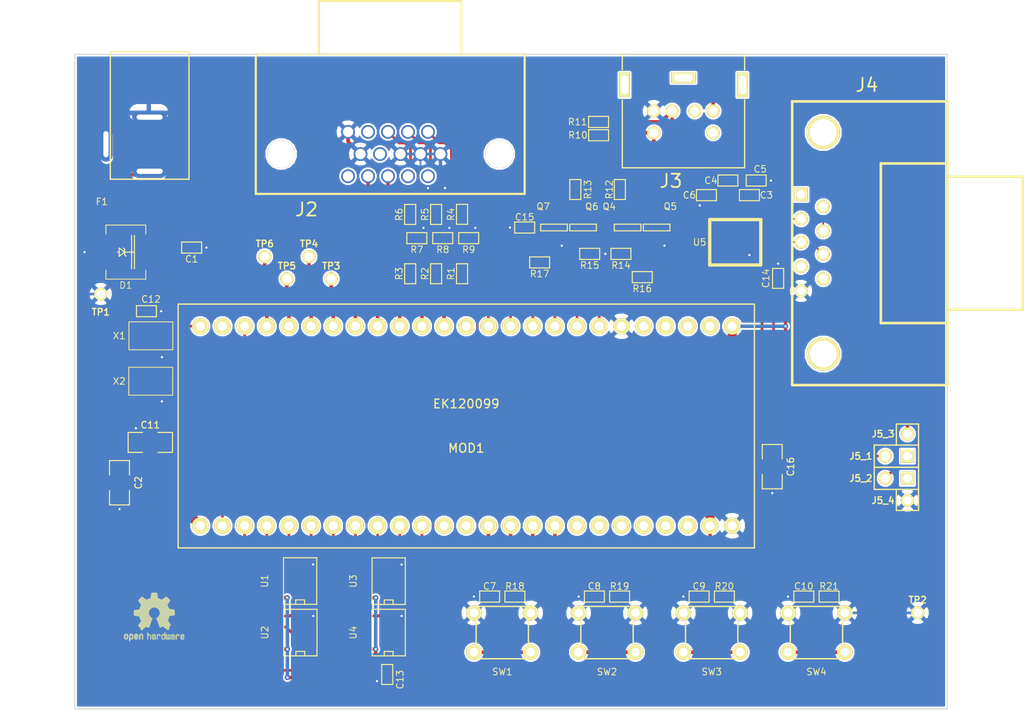
<source format=kicad_pcb>
(kicad_pcb (version 3) (host pcbnew "(2014-01-10 BZR 4027)-stable")
  (title_block (title "MiniTerm for Elektor 120099 FPGA module") (company Agilack))
  (layers (15 F.Cu signal) (0 B.Cu signal) (18 B.Paste user) (19 F.Paste user) (20 B.SilkS user) (21 F.SilkS user) (22 B.Mask user) (23 F.Mask user) (28 Edge.Cuts user))
  (net 0 "")
  (net 1 +3.3V)
  (net 2 +5V)
  (net 3 CLK_14M)
  (net 4 CLK_50M)
  (net 5 GND)
  (net 6 M0_IO0)
  (net 7 M0_IO1)
  (net 8 M1_IO0)
  (net 9 M1_IO1)
  (net 10 M2_IO0)
  (net 11 M2_IO1)
  (net 12 M3_IO0)
  (net 13 M3_IO1)
  (net 14 MEM_CLK)
  (net 15 MEM_CS)
  (net 16 N-000001)
  (net 17 N-0000010)
  (net 18 N-0000019)
  (net 19 N-000002)
  (net 20 N-0000026)
  (net 21 N-0000028)
  (net 22 N-000003)
  (net 23 N-0000030)
  (net 24 N-0000031)
  (net 25 N-0000037)
  (net 26 N-000004)
  (net 27 N-0000042)
  (net 28 N-0000043)
  (net 29 N-0000044)
  (net 30 N-0000046)
  (net 31 N-000005)
  (net 32 N-0000054)
  (net 33 N-0000055)
  (net 34 N-0000057)
  (net 35 N-0000058)
  (net 36 N-000006)
  (net 37 N-0000060)
  (net 38 N-0000061)
  (net 39 N-0000062)
  (net 40 N-0000077)
  (net 41 N-0000078)
  (net 42 N-0000079)
  (net 43 N-0000080)
  (net 44 N-0000081)
  (net 45 PS2_CLK_I)
  (net 46 PS2_CLK_O)
  (net 47 PS2_DAT_I)
  (net 48 PS2_DAT_O)
  (net 49 SW1)
  (net 50 SW2)
  (net 51 SW3)
  (net 52 SW4)
  (net 53 UART_CTS)
  (net 54 UART_RTS)
  (net 55 VGA_B)
  (net 56 VGA_G)
  (net 57 VGA_HS)
  (net 58 VGA_R)
  (net 59 VGA_VS)
  (module MOD-FPGA_120099 (layer F.Cu) (at 214.8713 142.5956 180)
    (fp_text reference MOD1 (at 0 -2.54 180) (layer F.SilkS))
    (fp_text value EK120099 (at 0 2.54 180) (layer F.SilkS))
    (pad 1 thru_hole circle (at -30.48 11.43 180) (size 1.905 1.905) (drill 1.016) (layers *.Cu *.Mask F.SilkS) (net 1 +3.3V))
    (pad 2 thru_hole circle (at -27.94 11.43 180) (size 1.905 1.905) (drill 1.016) (layers *.Cu *.Mask F.SilkS))
    (pad 3 thru_hole circle (at -25.4 11.43 180) (size 1.905 1.905) (drill 1.016) (layers *.Cu *.Mask F.SilkS))
    (pad 4 thru_hole circle (at -22.86 11.43 180) (size 1.905 1.905) (drill 1.016) (layers *.Cu *.Mask F.SilkS))
    (pad 5 thru_hole circle (at -20.32 11.43 180) (size 1.905 1.905) (drill 1.016) (layers *.Cu *.Mask F.SilkS))
    (pad 6 thru_hole circle (at -17.78 11.43 180) (size 1.905 1.905) (drill 1.016) (layers *.Cu *.Mask F.SilkS) (net 5 GND))
    (pad 7 thru_hole circle (at -15.24 11.43 180) (size 1.905 1.905) (drill 1.016) (layers *.Cu *.Mask F.SilkS) (net 54 UART_RTS))
    (pad 8 thru_hole circle (at -12.7 11.43 180) (size 1.905 1.905) (drill 1.016) (layers *.Cu *.Mask F.SilkS) (net 53 UART_CTS))
    (pad 9 thru_hole circle (at -10.16 11.43 180) (size 1.905 1.905) (drill 1.016) (layers *.Cu *.Mask F.SilkS) (net 45 PS2_CLK_I))
    (pad 10 thru_hole circle (at -7.62 11.43 180) (size 1.905 1.905) (drill 1.016) (layers *.Cu *.Mask F.SilkS) (net 48 PS2_DAT_O))
    (pad 11 thru_hole circle (at -5.08 11.43 180) (size 1.905 1.905) (drill 1.016) (layers *.Cu *.Mask F.SilkS) (net 46 PS2_CLK_O))
    (pad 12 thru_hole circle (at -2.54 11.43 180) (size 1.905 1.905) (drill 1.016) (layers *.Cu *.Mask F.SilkS) (net 47 PS2_DAT_I))
    (pad 13 thru_hole circle (at 0 11.43 180) (size 1.905 1.905) (drill 1.016) (layers *.Cu *.Mask F.SilkS))
    (pad 14 thru_hole circle (at 2.54 11.43 180) (size 1.905 1.905) (drill 1.016) (layers *.Cu *.Mask F.SilkS) (net 58 VGA_R))
    (pad 15 thru_hole circle (at 5.08 11.43 180) (size 1.905 1.905) (drill 1.016) (layers *.Cu *.Mask F.SilkS) (net 56 VGA_G))
    (pad 16 thru_hole circle (at 7.62 11.43 180) (size 1.905 1.905) (drill 1.016) (layers *.Cu *.Mask F.SilkS) (net 55 VGA_B))
    (pad 17 thru_hole circle (at 10.16 11.43 180) (size 1.905 1.905) (drill 1.016) (layers *.Cu *.Mask F.SilkS) (net 57 VGA_HS))
    (pad 18 thru_hole circle (at 12.7 11.43 180) (size 1.905 1.905) (drill 1.016) (layers *.Cu *.Mask F.SilkS) (net 59 VGA_VS))
    (pad 19 thru_hole circle (at 15.24 11.43 180) (size 1.905 1.905) (drill 1.016) (layers *.Cu *.Mask F.SilkS) (net 27 N-0000042))
    (pad 20 thru_hole circle (at 17.78 11.43 180) (size 1.905 1.905) (drill 1.016) (layers *.Cu *.Mask F.SilkS) (net 28 N-0000043))
    (pad 21 thru_hole circle (at 20.32 11.43 180) (size 1.905 1.905) (drill 1.016) (layers *.Cu *.Mask F.SilkS) (net 25 N-0000037))
    (pad 22 thru_hole circle (at 22.86 11.43 180) (size 1.905 1.905) (drill 1.016) (layers *.Cu *.Mask F.SilkS) (net 29 N-0000044))
    (pad 23 thru_hole circle (at 25.4 11.43 180) (size 1.905 1.905) (drill 1.016) (layers *.Cu *.Mask F.SilkS) (net 3 CLK_14M))
    (pad 24 thru_hole circle (at 27.94 11.43 180) (size 1.905 1.905) (drill 1.016) (layers *.Cu *.Mask F.SilkS))
    (pad 25 thru_hole circle (at 30.48 11.43 180) (size 1.905 1.905) (drill 1.016) (layers *.Cu *.Mask F.SilkS) (net 4 CLK_50M))
    (pad 26 thru_hole circle (at 30.48 -11.43 180) (size 1.905 1.905) (drill 1.016) (layers *.Cu *.Mask F.SilkS) (net 2 +5V))
    (pad 27 thru_hole circle (at 27.94 -11.43 180) (size 1.905 1.905) (drill 1.016) (layers *.Cu *.Mask F.SilkS) (net 15 MEM_CS))
    (pad 28 thru_hole circle (at 25.4 -11.43 180) (size 1.905 1.905) (drill 1.016) (layers *.Cu *.Mask F.SilkS) (net 14 MEM_CLK))
    (pad 29 thru_hole circle (at 22.86 -11.43 180) (size 1.905 1.905) (drill 1.016) (layers *.Cu *.Mask F.SilkS) (net 6 M0_IO0))
    (pad 30 thru_hole circle (at 20.32 -11.43 180) (size 1.905 1.905) (drill 1.016) (layers *.Cu *.Mask F.SilkS) (net 8 M1_IO0))
    (pad 31 thru_hole circle (at 17.78 -11.43 180) (size 1.905 1.905) (drill 1.016) (layers *.Cu *.Mask F.SilkS) (net 9 M1_IO1))
    (pad 32 thru_hole circle (at 15.24 -11.43 180) (size 1.905 1.905) (drill 1.016) (layers *.Cu *.Mask F.SilkS) (net 7 M0_IO1))
    (pad 33 thru_hole circle (at 12.7 -11.43 180) (size 1.905 1.905) (drill 1.016) (layers *.Cu *.Mask F.SilkS) (net 10 M2_IO0))
    (pad 34 thru_hole circle (at 10.16 -11.43 180) (size 1.905 1.905) (drill 1.016) (layers *.Cu *.Mask F.SilkS) (net 12 M3_IO0))
    (pad 35 thru_hole circle (at 7.62 -11.43 180) (size 1.905 1.905) (drill 1.016) (layers *.Cu *.Mask F.SilkS) (net 13 M3_IO1))
    (pad 36 thru_hole circle (at 5.08 -11.43 180) (size 1.905 1.905) (drill 1.016) (layers *.Cu *.Mask F.SilkS) (net 11 M2_IO1))
    (pad 37 thru_hole circle (at 2.54 -11.43 180) (size 1.905 1.905) (drill 1.016) (layers *.Cu *.Mask F.SilkS))
    (pad 38 thru_hole circle (at 0 -11.43 180) (size 1.905 1.905) (drill 1.016) (layers *.Cu *.Mask F.SilkS))
    (pad 39 thru_hole circle (at -2.54 -11.43 180) (size 1.905 1.905) (drill 1.016) (layers *.Cu *.Mask F.SilkS) (net 49 SW1))
    (pad 40 thru_hole circle (at -5.08 -11.43 180) (size 1.905 1.905) (drill 1.016) (layers *.Cu *.Mask F.SilkS) (net 50 SW2))
    (pad 41 thru_hole circle (at -7.62 -11.43 180) (size 1.905 1.905) (drill 1.016) (layers *.Cu *.Mask F.SilkS) (net 51 SW3))
    (pad 42 thru_hole circle (at -10.16 -11.43 180) (size 1.905 1.905) (drill 1.016) (layers *.Cu *.Mask F.SilkS) (net 52 SW4))
    (pad 43 thru_hole circle (at -12.7 -11.43 180) (size 1.905 1.905) (drill 1.016) (layers *.Cu *.Mask F.SilkS))
    (pad 44 thru_hole circle (at -15.24 -11.43 180) (size 1.905 1.905) (drill 1.016) (layers *.Cu *.Mask F.SilkS))
    (pad 45 thru_hole circle (at -17.78 -11.43 180) (size 1.905 1.905) (drill 1.016) (layers *.Cu *.Mask F.SilkS))
    (pad 46 thru_hole circle (at -20.32 -11.43 180) (size 1.905 1.905) (drill 1.016) (layers *.Cu *.Mask F.SilkS))
    (pad 47 thru_hole circle (at -22.86 -11.43 180) (size 1.905 1.905) (drill 1.016) (layers *.Cu *.Mask F.SilkS))
    (pad 48 thru_hole circle (at -25.4 -11.43 180) (size 1.905 1.905) (drill 1.016) (layers *.Cu *.Mask F.SilkS))
    (pad 49 thru_hole circle (at -27.94 -11.43 180) (size 1.905 1.905) (drill 1.016) (layers *.Cu *.Mask F.SilkS) (net 1 +3.3V))
    (pad 50 thru_hole circle (at -30.48 -11.43 180) (size 1.905 1.905) (drill 1.016) (layers *.Cu *.Mask F.SilkS) (net 5 GND))
  )
  (module SOT23-3 (layer F.Cu) (at 233.3625 119.8499)
    (fp_text reference Q4 (at -2.1082 -2.4003) (layer F.SilkS) (effects (font (size 0.762 0.762) (thickness 0.1016))))
    (fp_text value BC807 hide)
    (pad 2 smd rect (at -0.889 -1.016) (size 0.9144 0.9144) (layers F.Cu F.Paste F.Mask) (net 1 +3.3V))
    (pad 1 smd rect (at 0.889 -1.016) (size 0.9144 0.9144) (layers F.Cu F.Paste F.Mask) (net 35 N-0000058))
    (pad 3 smd rect (at 0 1.016) (size 0.9144 0.9144) (layers F.Cu F.Paste F.Mask) (net 48 PS2_DAT_O))
  )
  (module SOT23-3 (layer F.Cu) (at 228.2571 119.8499)
    (fp_text reference Q6 (at 1.0033 -2.4003) (layer F.SilkS) (effects (font (size 0.762 0.762) (thickness 0.1016))))
    (fp_text value BC807 hide)
    (pad 2 smd rect (at -0.889 -1.016) (size 0.9144 0.9144) (layers F.Cu F.Paste F.Mask) (net 1 +3.3V))
    (pad 1 smd rect (at 0.889 -1.016) (size 0.9144 0.9144) (layers F.Cu F.Paste F.Mask) (net 34 N-0000057))
    (pad 3 smd rect (at 0 1.016) (size 0.9144 0.9144) (layers F.Cu F.Paste F.Mask) (net 46 PS2_CLK_O))
  )
  (module SOT23-3 (layer F.Cu) (at 224.9297 119.8499 180)
    (fp_text reference Q7 (at 1.2446 2.413 180) (layer F.SilkS) (effects (font (size 0.762 0.762) (thickness 0.1016))))
    (fp_text value T_NPN hide)
    (pad 2 smd rect (at -0.889 -1.016 180) (size 0.9144 0.9144) (layers F.Cu F.Paste F.Mask) (net 5 GND))
    (pad 1 smd rect (at 0.889 -1.016 180) (size 0.9144 0.9144) (layers F.Cu F.Paste F.Mask) (net 32 N-0000054))
    (pad 3 smd rect (at 0 1.016 180) (size 0.9144 0.9144) (layers F.Cu F.Paste F.Mask) (net 41 N-0000078))
  )
  (module SOT23-3 (layer F.Cu) (at 236.6899 119.8499 180)
    (fp_text reference Q5 (at -1.5621 2.413 180) (layer F.SilkS) (effects (font (size 0.762 0.762) (thickness 0.1016))))
    (fp_text value T_NPN hide)
    (pad 2 smd rect (at -0.889 -1.016 180) (size 0.9144 0.9144) (layers F.Cu F.Paste F.Mask) (net 5 GND))
    (pad 1 smd rect (at 0.889 -1.016 180) (size 0.9144 0.9144) (layers F.Cu F.Paste F.Mask) (net 33 N-0000055))
    (pad 3 smd rect (at 0 1.016 180) (size 0.9144 0.9144) (layers F.Cu F.Paste F.Mask) (net 40 N-0000077))
  )
  (module SO8E (layer F.Cu) (at 195.8594 166.2684 90)
    (fp_text reference U2 (at 0 -4.064 90) (layer F.SilkS) (effects (font (size 0.762 0.762) (thickness 0.1016))))
    (fp_text value 23LC1024 hide)
    (pad 8 smd rect (at -1.905 -2.667 90) (size 0.508 1.143) (layers F.Cu F.Paste F.Mask) (net 1 +3.3V))
    (pad 1 smd rect (at -1.905 2.667 90) (size 0.508 1.143) (layers F.Cu F.Paste F.Mask) (net 15 MEM_CS))
    (pad 7 smd rect (at -0.635 -2.667 90) (size 0.508 1.143) (layers F.Cu F.Paste F.Mask) (net 1 +3.3V))
    (pad 6 smd rect (at 0.635 -2.667 90) (size 0.508 1.143) (layers F.Cu F.Paste F.Mask) (net 14 MEM_CLK))
    (pad 5 smd rect (at 1.905 -2.667 90) (size 0.508 1.143) (layers F.Cu F.Paste F.Mask) (net 8 M1_IO0))
    (pad 2 smd rect (at -0.635 2.667 90) (size 0.508 1.143) (layers F.Cu F.Paste F.Mask) (net 9 M1_IO1))
    (pad 3 smd rect (at 0.635 2.667 90) (size 0.508 1.143) (layers F.Cu F.Paste F.Mask))
    (pad 4 smd rect (at 1.905 2.667 90) (size 0.508 1.143) (layers F.Cu F.Paste F.Mask) (net 5 GND))
  )
  (module SO8E (layer F.Cu) (at 205.9813 160.3756 90)
    (fp_text reference U3 (at 0 -4.064 90) (layer F.SilkS) (effects (font (size 0.762 0.762) (thickness 0.1016))))
    (fp_text value 23LC1024 hide)
    (pad 8 smd rect (at -1.905 -2.667 90) (size 0.508 1.143) (layers F.Cu F.Paste F.Mask) (net 1 +3.3V))
    (pad 1 smd rect (at -1.905 2.667 90) (size 0.508 1.143) (layers F.Cu F.Paste F.Mask) (net 15 MEM_CS))
    (pad 7 smd rect (at -0.635 -2.667 90) (size 0.508 1.143) (layers F.Cu F.Paste F.Mask) (net 1 +3.3V))
    (pad 6 smd rect (at 0.635 -2.667 90) (size 0.508 1.143) (layers F.Cu F.Paste F.Mask) (net 14 MEM_CLK))
    (pad 5 smd rect (at 1.905 -2.667 90) (size 0.508 1.143) (layers F.Cu F.Paste F.Mask) (net 10 M2_IO0))
    (pad 2 smd rect (at -0.635 2.667 90) (size 0.508 1.143) (layers F.Cu F.Paste F.Mask) (net 11 M2_IO1))
    (pad 3 smd rect (at 0.635 2.667 90) (size 0.508 1.143) (layers F.Cu F.Paste F.Mask))
    (pad 4 smd rect (at 1.905 2.667 90) (size 0.508 1.143) (layers F.Cu F.Paste F.Mask) (net 5 GND))
  )
  (module SO8E (layer F.Cu) (at 195.834 160.3629 90)
    (fp_text reference U1 (at 0 -4.064 90) (layer F.SilkS) (effects (font (size 0.762 0.762) (thickness 0.1016))))
    (fp_text value 23LC1024 hide)
    (pad 8 smd rect (at -1.905 -2.667 90) (size 0.508 1.143) (layers F.Cu F.Paste F.Mask) (net 1 +3.3V))
    (pad 1 smd rect (at -1.905 2.667 90) (size 0.508 1.143) (layers F.Cu F.Paste F.Mask) (net 15 MEM_CS))
    (pad 7 smd rect (at -0.635 -2.667 90) (size 0.508 1.143) (layers F.Cu F.Paste F.Mask) (net 1 +3.3V))
    (pad 6 smd rect (at 0.635 -2.667 90) (size 0.508 1.143) (layers F.Cu F.Paste F.Mask) (net 14 MEM_CLK))
    (pad 5 smd rect (at 1.905 -2.667 90) (size 0.508 1.143) (layers F.Cu F.Paste F.Mask) (net 6 M0_IO0))
    (pad 2 smd rect (at -0.635 2.667 90) (size 0.508 1.143) (layers F.Cu F.Paste F.Mask) (net 7 M0_IO1))
    (pad 3 smd rect (at 0.635 2.667 90) (size 0.508 1.143) (layers F.Cu F.Paste F.Mask))
    (pad 4 smd rect (at 1.905 2.667 90) (size 0.508 1.143) (layers F.Cu F.Paste F.Mask) (net 5 GND))
  )
  (module SO8E (layer F.Cu) (at 205.9813 166.2684 90)
    (fp_text reference U4 (at 0 -4.064 90) (layer F.SilkS) (effects (font (size 0.762 0.762) (thickness 0.1016))))
    (fp_text value 23LC1024 hide)
    (pad 8 smd rect (at -1.905 -2.667 90) (size 0.508 1.143) (layers F.Cu F.Paste F.Mask) (net 1 +3.3V))
    (pad 1 smd rect (at -1.905 2.667 90) (size 0.508 1.143) (layers F.Cu F.Paste F.Mask) (net 15 MEM_CS))
    (pad 7 smd rect (at -0.635 -2.667 90) (size 0.508 1.143) (layers F.Cu F.Paste F.Mask) (net 1 +3.3V))
    (pad 6 smd rect (at 0.635 -2.667 90) (size 0.508 1.143) (layers F.Cu F.Paste F.Mask) (net 14 MEM_CLK))
    (pad 5 smd rect (at 1.905 -2.667 90) (size 0.508 1.143) (layers F.Cu F.Paste F.Mask) (net 12 M3_IO0))
    (pad 2 smd rect (at -0.635 2.667 90) (size 0.508 1.143) (layers F.Cu F.Paste F.Mask) (net 13 M3_IO1))
    (pad 3 smd rect (at 0.635 2.667 90) (size 0.508 1.143) (layers F.Cu F.Paste F.Mask))
    (pad 4 smd rect (at 1.905 2.667 90) (size 0.508 1.143) (layers F.Cu F.Paste F.Mask) (net 5 GND))
  )
  (module SMD1206 (layer F.Cu) (at 175.133 149.098 270)
    (fp_text reference C2 (at 0 -2.1717 270) (layer F.SilkS) (effects (font (size 0.762 0.762) (thickness 0.127))))
    (fp_text value C hide)
    (pad 1 smd rect (at -1.651 0 270) (size 1.524 2.032) (layers F.Cu F.Paste F.Mask) (net 2 +5V))
    (pad 2 smd rect (at 1.651 0 270) (size 1.524 2.032) (layers F.Cu F.Paste F.Mask) (net 5 GND))
  )
  (module SMD0603 (layer F.Cu) (at 208.4451 118.3513 90)
    (fp_text reference R6 (at 0 -1.27 90) (layer F.SilkS) (effects (font (size 0.762 0.762) (thickness 0.1016))))
    (fp_text value R hide)
    (pad 1 smd rect (at -0.762 0 90) (size 0.635 1.143) (layers F.Cu F.Paste F.Mask) (net 44 N-0000081))
    (pad 2 smd rect (at 0.762 0 90) (size 0.635 1.143) (layers F.Cu F.Paste F.Mask) (net 38 N-0000061))
  )
  (module SMD0603 (layer F.Cu) (at 211.4169 125.1458 90)
    (fp_text reference R2 (at 0 -1.27 90) (layer F.SilkS) (effects (font (size 0.762 0.762) (thickness 0.1016))))
    (fp_text value R hide)
    (pad 1 smd rect (at -0.762 0 90) (size 0.635 1.143) (layers F.Cu F.Paste F.Mask) (net 56 VGA_G))
    (pad 2 smd rect (at 0.762 0 90) (size 0.635 1.143) (layers F.Cu F.Paste F.Mask) (net 43 N-0000080))
  )
  (module SMD0603 (layer F.Cu) (at 208.4451 125.1458 90)
    (fp_text reference R3 (at 0 -1.27 90) (layer F.SilkS) (effects (font (size 0.762 0.762) (thickness 0.1016))))
    (fp_text value R hide)
    (pad 1 smd rect (at -0.762 0 90) (size 0.635 1.143) (layers F.Cu F.Paste F.Mask) (net 55 VGA_B))
    (pad 2 smd rect (at 0.762 0 90) (size 0.635 1.143) (layers F.Cu F.Paste F.Mask) (net 44 N-0000081))
  )
  (module SMD0603 (layer F.Cu) (at 214.3887 118.3386 90)
    (fp_text reference R4 (at 0 -1.27 90) (layer F.SilkS) (effects (font (size 0.762 0.762) (thickness 0.1016))))
    (fp_text value R hide)
    (pad 1 smd rect (at -0.762 0 90) (size 0.635 1.143) (layers F.Cu F.Paste F.Mask) (net 42 N-0000079))
    (pad 2 smd rect (at 0.762 0 90) (size 0.635 1.143) (layers F.Cu F.Paste F.Mask) (net 39 N-0000062))
  )
  (module SMD0603 (layer F.Cu) (at 211.4169 118.3513 90)
    (fp_text reference R5 (at 0 -1.27 90) (layer F.SilkS) (effects (font (size 0.762 0.762) (thickness 0.1016))))
    (fp_text value R hide)
    (pad 1 smd rect (at -0.762 0 90) (size 0.635 1.143) (layers F.Cu F.Paste F.Mask) (net 43 N-0000080))
    (pad 2 smd rect (at 0.762 0 90) (size 0.635 1.143) (layers F.Cu F.Paste F.Mask) (net 37 N-0000060))
  )
  (module SMD0603 (layer F.Cu) (at 232.6005 122.8725)
    (fp_text reference R14 (at 0 1.3081) (layer F.SilkS) (effects (font (size 0.762 0.762) (thickness 0.1016))))
    (fp_text value R hide)
    (pad 1 smd rect (at -0.762 0) (size 0.635 1.143) (layers F.Cu F.Paste F.Mask) (net 5 GND))
    (pad 2 smd rect (at 0.762 0) (size 0.635 1.143) (layers F.Cu F.Paste F.Mask) (net 48 PS2_DAT_O))
  )
  (module SMD0603 (layer F.Cu) (at 215.1507 121.0691)
    (fp_text reference R9 (at 0 1.3081) (layer F.SilkS) (effects (font (size 0.762 0.762) (thickness 0.1016))))
    (fp_text value R hide)
    (pad 1 smd rect (at -0.762 0) (size 0.635 1.143) (layers F.Cu F.Paste F.Mask) (net 42 N-0000079))
    (pad 2 smd rect (at 0.762 0) (size 0.635 1.143) (layers F.Cu F.Paste F.Mask) (net 5 GND))
  )
  (module SMD0603 (layer F.Cu) (at 212.1789 121.0691)
    (fp_text reference R8 (at 0 1.3081) (layer F.SilkS) (effects (font (size 0.762 0.762) (thickness 0.1016))))
    (fp_text value R hide)
    (pad 1 smd rect (at -0.762 0) (size 0.635 1.143) (layers F.Cu F.Paste F.Mask) (net 43 N-0000080))
    (pad 2 smd rect (at 0.762 0) (size 0.635 1.143) (layers F.Cu F.Paste F.Mask) (net 5 GND))
  )
  (module SMD0603 (layer F.Cu) (at 209.2071 121.0691)
    (fp_text reference R7 (at 0 1.3081) (layer F.SilkS) (effects (font (size 0.762 0.762) (thickness 0.1016))))
    (fp_text value R hide)
    (pad 1 smd rect (at -0.762 0) (size 0.635 1.143) (layers F.Cu F.Paste F.Mask) (net 44 N-0000081))
    (pad 2 smd rect (at 0.762 0) (size 0.635 1.143) (layers F.Cu F.Paste F.Mask) (net 5 GND))
  )
  (module SMD0603 (layer F.Cu) (at 214.3887 125.1458 90)
    (fp_text reference R1 (at 0 -1.27 90) (layer F.SilkS) (effects (font (size 0.762 0.762) (thickness 0.1016))))
    (fp_text value R hide)
    (pad 1 smd rect (at -0.762 0 90) (size 0.635 1.143) (layers F.Cu F.Paste F.Mask) (net 58 VGA_R))
    (pad 2 smd rect (at 0.762 0 90) (size 0.635 1.143) (layers F.Cu F.Paste F.Mask) (net 42 N-0000079))
  )
  (module SMD0603 (layer F.Cu) (at 235.0389 125.5395 180)
    (fp_text reference R16 (at 0 -1.3208 180) (layer F.SilkS) (effects (font (size 0.762 0.762) (thickness 0.1016))))
    (fp_text value R hide)
    (pad 1 smd rect (at -0.762 0 180) (size 0.635 1.143) (layers F.Cu F.Paste F.Mask) (net 33 N-0000055))
    (pad 2 smd rect (at 0.762 0 180) (size 0.635 1.143) (layers F.Cu F.Paste F.Mask) (net 45 PS2_CLK_I))
  )
  (module SMD0603 (layer F.Cu) (at 223.2787 123.8504)
    (fp_text reference R17 (at 0 1.3081) (layer F.SilkS) (effects (font (size 0.762 0.762) (thickness 0.1016))))
    (fp_text value R hide)
    (pad 1 smd rect (at -0.762 0) (size 0.635 1.143) (layers F.Cu F.Paste F.Mask) (net 47 PS2_DAT_I))
    (pad 2 smd rect (at 0.762 0) (size 0.635 1.143) (layers F.Cu F.Paste F.Mask) (net 32 N-0000054))
  )
  (module SMD0603 (layer F.Cu) (at 229.0191 122.8725)
    (fp_text reference R15 (at 0 1.3081) (layer F.SilkS) (effects (font (size 0.762 0.762) (thickness 0.1016))))
    (fp_text value R hide)
    (pad 1 smd rect (at -0.762 0) (size 0.635 1.143) (layers F.Cu F.Paste F.Mask) (net 46 PS2_CLK_O))
    (pad 2 smd rect (at 0.762 0) (size 0.635 1.143) (layers F.Cu F.Paste F.Mask) (net 5 GND))
  )
  (module SMD0603 (layer F.Cu) (at 227.3681 115.4938 270)
    (fp_text reference R13 (at 0 -1.4351 270) (layer F.SilkS) (effects (font (size 0.762 0.762) (thickness 0.1016))))
    (fp_text value R hide)
    (pad 1 smd rect (at -0.762 0 270) (size 0.635 1.143) (layers F.Cu F.Paste F.Mask) (net 41 N-0000078))
    (pad 2 smd rect (at 0.762 0 270) (size 0.635 1.143) (layers F.Cu F.Paste F.Mask) (net 34 N-0000057))
  )
  (module SMD0603 (layer F.Cu) (at 232.4735 115.4938 90)
    (fp_text reference R12 (at 0 -1.2065 90) (layer F.SilkS) (effects (font (size 0.762 0.762) (thickness 0.1016))))
    (fp_text value R hide)
    (pad 1 smd rect (at -0.762 0 90) (size 0.635 1.143) (layers F.Cu F.Paste F.Mask) (net 35 N-0000058))
    (pad 2 smd rect (at 0.762 0 90) (size 0.635 1.143) (layers F.Cu F.Paste F.Mask) (net 40 N-0000077))
  )
  (module SMD0603 (layer F.Cu) (at 230.0351 109.2708)
    (fp_text reference R10 (at -2.3749 0) (layer F.SilkS) (effects (font (size 0.762 0.762) (thickness 0.1016))))
    (fp_text value 4.7k hide)
    (pad 1 smd rect (at -0.762 0) (size 0.635 1.143) (layers F.Cu F.Paste F.Mask) (net 2 +5V))
    (pad 2 smd rect (at 0.762 0) (size 0.635 1.143) (layers F.Cu F.Paste F.Mask) (net 41 N-0000078))
  )
  (module SMD0603 (layer F.Cu) (at 230.0351 107.7468)
    (fp_text reference R11 (at -2.4003 0) (layer F.SilkS) (effects (font (size 0.762 0.762) (thickness 0.1016))))
    (fp_text value 4.7k hide)
    (pad 1 smd rect (at -0.762 0) (size 0.635 1.143) (layers F.Cu F.Paste F.Mask) (net 2 +5V))
    (pad 2 smd rect (at 0.762 0) (size 0.635 1.143) (layers F.Cu F.Paste F.Mask) (net 40 N-0000077))
  )
  (module SMD0603 (layer F.Cu) (at 183.4007 122.1486)
    (fp_text reference C1 (at 0 1.3208) (layer F.SilkS) (effects (font (size 0.762 0.762) (thickness 0.1016))))
    (fp_text value C hide)
    (pad 1 smd rect (at -0.762 0) (size 0.635 1.143) (layers F.Cu F.Paste F.Mask) (net 2 +5V))
    (pad 2 smd rect (at 0.762 0) (size 0.635 1.143) (layers F.Cu F.Paste F.Mask) (net 5 GND))
  )
  (module FUSE_MC36 (layer F.Cu) (at 178.5493 116.8908)
    (fp_text reference F1 (at -5.4483 0) (layer F.SilkS) (effects (font (size 0.762 0.762) (thickness 0.1016))))
    (fp_text value FUSE hide)
    (pad 1 smd rect (at -2.615 0) (size 1.78 3.5) (layers F.Cu F.Paste F.Mask) (net 30 N-0000046))
    (pad 2 smd rect (at 2.615 0) (size 1.78 3.5) (layers F.Cu F.Paste F.Mask) (net 2 +5V))
  )
  (module DO214AB (layer F.Cu) (at 175.8569 122.6693)
    (fp_text reference D1 (at 0 3.7973) (layer F.SilkS) (effects (font (size 0.762 0.762) (thickness 0.0889))))
    (fp_text value "TVS 5V" hide)
    (pad 1 smd rect (at -2.87528 0) (size 2.49936 3.50012) (layers F.Cu F.Paste F.Mask) (net 5 GND))
    (pad 2 smd rect (at 2.87528 0) (size 2.49936 3.50012) (layers F.Cu F.Paste F.Mask) (net 2 +5V))
  )
  (module CONN_SUBD-HD-15 (layer F.Cu) (at 206.1591 111.4298)
    (fp_text reference J2 (at -9.5885 6.35) (layer F.SilkS) (effects (font (size 1.524 1.524) (thickness 0.2032))))
    (fp_text value CONN_VGA hide)
    (pad 0 thru_hole circle (at -12.49934 0) (size 3.2004 3.2004) (drill 3.2004) (layers *.Cu *.Mask))
    (pad 0 thru_hole circle (at 12.49934 0) (size 3.2004 3.2004) (drill 3.2004) (layers *.Cu *.Mask))
    (pad 1 thru_hole circle (at 4.3307 -2.54) (size 1.6002 1.6002) (drill 1.19126) (layers *.Cu *.Mask) (net 39 N-0000062))
    (pad 6 thru_hole circle (at 5.75056 0) (size 1.6002 1.6002) (drill 1.19126) (layers *.Cu *.Mask) (net 5 GND))
    (pad 2 thru_hole circle (at 2.03962 -2.54) (size 1.6002 1.6002) (drill 1.19126) (layers *.Cu *.Mask) (net 37 N-0000060))
    (pad 3 thru_hole circle (at -0.25146 -2.54) (size 1.6002 1.6002) (drill 1.19126) (layers *.Cu *.Mask) (net 38 N-0000061))
    (pad 4 thru_hole circle (at -2.54 -2.54) (size 1.6002 1.6002) (drill 1.19126) (layers *.Cu *.Mask))
    (pad 5 thru_hole circle (at -4.83108 -2.54) (size 1.6002 1.6002) (drill 1.19126) (layers *.Cu *.Mask) (net 5 GND))
    (pad 7 thru_hole circle (at 3.45948 0) (size 1.6002 1.6002) (drill 1.19126) (layers *.Cu *.Mask) (net 5 GND))
    (pad 8 thru_hole circle (at 1.17094 0) (size 1.6002 1.6002) (drill 1.19126) (layers *.Cu *.Mask) (net 5 GND))
    (pad 9 thru_hole circle (at -1.17094 0) (size 1.6002 1.6002) (drill 1.19126) (layers *.Cu *.Mask))
    (pad 10 thru_hole circle (at -3.40868 0) (size 1.6002 1.6002) (drill 1.19126) (layers *.Cu *.Mask) (net 5 GND))
    (pad 11 thru_hole circle (at 4.3307 2.54) (size 1.6002 1.6002) (drill 1.19126) (layers *.Cu *.Mask))
    (pad 12 thru_hole circle (at 2.03962 2.54) (size 1.6002 1.6002) (drill 1.19126) (layers *.Cu *.Mask))
    (pad 13 thru_hole circle (at -0.25146 2.54) (size 1.6002 1.6002) (drill 1.19126) (layers *.Cu *.Mask) (net 57 VGA_HS))
    (pad 14 thru_hole circle (at -2.54 2.54) (size 1.6002 1.6002) (drill 1.19126) (layers *.Cu *.Mask) (net 59 VGA_VS))
    (pad 15 thru_hole circle (at -4.83108 2.54) (size 1.6002 1.6002) (drill 1.19126) (layers *.Cu *.Mask))
  )
  (module CONN_DB9FC (layer F.Cu) (at 254.508 121.5263 270)
    (fp_text reference J4 (at -18.0086 -6.2738 360) (layer F.SilkS) (effects (font (size 1.524 1.524) (thickness 0.2032))))
    (fp_text value CONN_DB9 hide)
    (pad "" thru_hole circle (at 12.827 -1.27 270) (size 3.81 3.81) (drill 3.048) (layers *.Cu *.Mask F.SilkS))
    (pad "" thru_hole circle (at -12.573 -1.27 270) (size 3.81 3.81) (drill 3.048) (layers *.Cu *.Mask F.SilkS))
    (pad 1 thru_hole rect (at -5.461 1.27 270) (size 1.524 1.524) (drill 1.016) (layers *.Cu *.Mask F.SilkS))
    (pad 2 thru_hole circle (at -2.667 1.27 270) (size 1.524 1.524) (drill 1.016) (layers *.Cu *.Mask F.SilkS) (net 18 N-0000019))
    (pad 3 thru_hole circle (at 0 1.27 270) (size 1.524 1.524) (drill 1.016) (layers *.Cu *.Mask F.SilkS) (net 24 N-0000031))
    (pad 4 thru_hole circle (at 2.794 1.27 270) (size 1.524 1.524) (drill 1.016) (layers *.Cu *.Mask F.SilkS))
    (pad 5 thru_hole circle (at 5.588 1.27 270) (size 1.524 1.524) (drill 1.016) (layers *.Cu *.Mask F.SilkS) (net 5 GND))
    (pad 6 thru_hole circle (at -4.064 -1.27 270) (size 1.524 1.524) (drill 1.016) (layers *.Cu *.Mask F.SilkS))
    (pad 7 thru_hole circle (at -1.27 -1.27 270) (size 1.524 1.524) (drill 1.016) (layers *.Cu *.Mask F.SilkS) (net 23 N-0000030))
    (pad 8 thru_hole circle (at 1.397 -1.27 270) (size 1.524 1.524) (drill 1.016) (layers *.Cu *.Mask F.SilkS) (net 17 N-0000010))
    (pad 9 thru_hole circle (at 4.191 -1.27 270) (size 1.524 1.524) (drill 1.016) (layers *.Cu *.Mask F.SilkS))
  )
  (module CONN-DIN6_4850261 (layer F.Cu) (at 239.7633 106.5022 180)
    (fp_text reference J3 (at 1.4351 -8.0137 180) (layer F.SilkS) (effects (font (size 1.524 1.524) (thickness 0.2032))))
    (fp_text value CONN_PS/2 hide)
    (pad 1 thru_hole circle (at 1.3 0 180) (size 1.524 1.524) (drill 1.016) (layers *.Cu *.Mask F.SilkS) (net 40 N-0000077))
    (pad 2 thru_hole circle (at -1.3 0 180) (size 1.524 1.524) (drill 1.016) (layers *.Cu *.Mask F.SilkS))
    (pad 3 thru_hole circle (at 3.4 0 180) (size 1.524 1.524) (drill 1.016) (layers *.Cu *.Mask F.SilkS) (net 5 GND))
    (pad 4 thru_hole circle (at -3.4 0 180) (size 1.524 1.524) (drill 1.016) (layers *.Cu *.Mask F.SilkS) (net 2 +5V))
    (pad 5 thru_hole circle (at 3.4 -2.5 180) (size 1.524 1.524) (drill 1.016) (layers *.Cu *.Mask F.SilkS) (net 41 N-0000078))
    (pad 6 thru_hole circle (at -3.4 -2.5 180) (size 1.524 1.524) (drill 1.016) (layers *.Cu *.Mask F.SilkS))
    (pad 0 thru_hole rect (at -6.75 3 180) (size 1.2 2.8) (drill oval 0.8 2.2) (layers *.Cu *.Mask F.SilkS))
    (pad 0 thru_hole rect (at 6.75 3 180) (size 1.2 2.8) (drill oval 0.8 2.2) (layers *.Cu *.Mask F.SilkS))
    (pad 0 thru_hole rect (at 0 3.8 180) (size 2.8 1.2) (drill oval 2.2 0.8) (layers *.Cu *.Mask F.SilkS))
  )
  (module TSSOP16 (layer F.Cu) (at 246.0244 121.539 180)
    (fp_text reference U5 (at 4.4069 0 180) (layer F.SilkS) (effects (font (size 0.762 0.762) (thickness 0.1016))))
    (fp_text value MAX3232 hide)
    (pad 1 smd rect (at -1.95072 2.96926 180) (size 0.29972 1.78054) (layers F.Cu F.Paste F.Mask) (net 26 N-000004))
    (pad 2 smd rect (at -1.30048 2.96926 180) (size 0.29972 1.78054) (layers F.Cu F.Paste F.Mask) (net 36 N-000006))
    (pad 3 smd rect (at -0.65024 2.96926 180) (size 0.29972 1.78054) (layers F.Cu F.Paste F.Mask) (net 22 N-000003))
    (pad 4 smd rect (at 0 2.96926 180) (size 0.29972 1.78054) (layers F.Cu F.Paste F.Mask) (net 19 N-000002))
    (pad 5 smd rect (at 0.65024 2.96926 180) (size 0.29972 1.78054) (layers F.Cu F.Paste F.Mask) (net 31 N-000005))
    (pad 6 smd rect (at 1.30048 2.96926 180) (size 0.29972 1.78054) (layers F.Cu F.Paste F.Mask) (net 16 N-000001))
    (pad 7 smd rect (at 1.95072 2.96926 180) (size 0.29972 1.78054) (layers F.Cu F.Paste F.Mask) (net 23 N-0000030))
    (pad 8 smd rect (at 2.60096 2.96926 180) (size 0.29972 1.78054) (layers F.Cu F.Paste F.Mask) (net 17 N-0000010))
    (pad 9 smd rect (at 2.60096 -2.96926 180) (size 0.29972 1.78054) (layers F.Cu F.Paste F.Mask) (net 53 UART_CTS))
    (pad 10 smd rect (at 1.95072 -2.96926 180) (size 0.29972 1.78054) (layers F.Cu F.Paste F.Mask) (net 54 UART_RTS))
    (pad 11 smd rect (at 1.30048 -2.96926 180) (size 0.29972 1.78054) (layers F.Cu F.Paste F.Mask) (net 20 N-0000026))
    (pad 12 smd rect (at 0.65024 -2.96926 180) (size 0.29972 1.78054) (layers F.Cu F.Paste F.Mask) (net 21 N-0000028))
    (pad 13 smd rect (at 0 -2.96926 180) (size 0.29972 1.78054) (layers F.Cu F.Paste F.Mask) (net 18 N-0000019))
    (pad 14 smd rect (at -0.65024 -2.96926 180) (size 0.29972 1.78054) (layers F.Cu F.Paste F.Mask) (net 24 N-0000031))
    (pad 15 smd rect (at -1.30048 -2.96926 180) (size 0.29972 1.78054) (layers F.Cu F.Paste F.Mask) (net 5 GND))
    (pad 16 smd rect (at -1.95072 -2.96926 180) (size 0.29972 1.78054) (layers F.Cu F.Paste F.Mask) (net 1 +3.3V))
  )
  (module TYCO_FSM2JH (layer F.Cu) (at 218.9988 166.2684 90)
    (fp_text reference SW1 (at -4.5 0 180) (layer F.SilkS) (effects (font (size 0.762 0.762) (thickness 0.1016))))
    (fp_text value SW_PUSH hide)
    (pad 1 thru_hole circle (at 2.25044 -3.2512 90) (size 1.80086 1.80086) (drill 1.00076) (layers *.Cu *.Mask F.SilkS) (net 5 GND))
    (pad 1 thru_hole circle (at 2.25044 3.2512 90) (size 1.80086 1.80086) (drill 1.00076) (layers *.Cu *.Mask F.SilkS) (net 5 GND))
    (pad 2 thru_hole circle (at -2.25044 -3.2512 90) (size 1.80086 1.80086) (drill 1.00076) (layers *.Cu *.Mask F.SilkS) (net 49 SW1))
    (pad 2 thru_hole circle (at -2.25044 3.2512 90) (size 1.80086 1.80086) (drill 1.00076) (layers *.Cu *.Mask F.SilkS) (net 49 SW1))
  )
  (module TYCO_FSM2JH (layer F.Cu) (at 231.0003 166.2684 90)
    (fp_text reference SW2 (at -4.5 0 180) (layer F.SilkS) (effects (font (size 0.762 0.762) (thickness 0.1016))))
    (fp_text value SW_PUSH hide)
    (pad 1 thru_hole circle (at 2.25044 -3.2512 90) (size 1.80086 1.80086) (drill 1.00076) (layers *.Cu *.Mask F.SilkS) (net 5 GND))
    (pad 1 thru_hole circle (at 2.25044 3.2512 90) (size 1.80086 1.80086) (drill 1.00076) (layers *.Cu *.Mask F.SilkS) (net 5 GND))
    (pad 2 thru_hole circle (at -2.25044 -3.2512 90) (size 1.80086 1.80086) (drill 1.00076) (layers *.Cu *.Mask F.SilkS) (net 50 SW2))
    (pad 2 thru_hole circle (at -2.25044 3.2512 90) (size 1.80086 1.80086) (drill 1.00076) (layers *.Cu *.Mask F.SilkS) (net 50 SW2))
  )
  (module TYCO_FSM2JH (layer F.Cu) (at 243.0018 166.2684 90)
    (fp_text reference SW3 (at -4.5 0 180) (layer F.SilkS) (effects (font (size 0.762 0.762) (thickness 0.1016))))
    (fp_text value SW_PUSH hide)
    (pad 1 thru_hole circle (at 2.25044 -3.2512 90) (size 1.80086 1.80086) (drill 1.00076) (layers *.Cu *.Mask F.SilkS) (net 5 GND))
    (pad 1 thru_hole circle (at 2.25044 3.2512 90) (size 1.80086 1.80086) (drill 1.00076) (layers *.Cu *.Mask F.SilkS) (net 5 GND))
    (pad 2 thru_hole circle (at -2.25044 -3.2512 90) (size 1.80086 1.80086) (drill 1.00076) (layers *.Cu *.Mask F.SilkS) (net 51 SW3))
    (pad 2 thru_hole circle (at -2.25044 3.2512 90) (size 1.80086 1.80086) (drill 1.00076) (layers *.Cu *.Mask F.SilkS) (net 51 SW3))
  )
  (module TYCO_FSM2JH (layer F.Cu) (at 255.0033 166.2684 90)
    (fp_text reference SW4 (at -4.5 0 180) (layer F.SilkS) (effects (font (size 0.762 0.762) (thickness 0.1016))))
    (fp_text value SW_PUSH hide)
    (pad 1 thru_hole circle (at 2.25044 -3.2512 90) (size 1.80086 1.80086) (drill 1.00076) (layers *.Cu *.Mask F.SilkS) (net 5 GND))
    (pad 1 thru_hole circle (at 2.25044 3.2512 90) (size 1.80086 1.80086) (drill 1.00076) (layers *.Cu *.Mask F.SilkS) (net 5 GND))
    (pad 2 thru_hole circle (at -2.25044 -3.2512 90) (size 1.80086 1.80086) (drill 1.00076) (layers *.Cu *.Mask F.SilkS) (net 52 SW4))
    (pad 2 thru_hole circle (at -2.25044 3.2512 90) (size 1.80086 1.80086) (drill 1.00076) (layers *.Cu *.Mask F.SilkS) (net 52 SW4))
  )
  (module SMD0603 (layer F.Cu) (at 253.5555 162.1409 180)
    (fp_text reference C10 (at 0 1.1811 180) (layer F.SilkS) (effects (font (size 0.762 0.762) (thickness 0.1016))))
    (fp_text value 100nF hide)
    (pad 1 smd rect (at -0.762 0 180) (size 0.635 1.143) (layers F.Cu F.Paste F.Mask) (net 52 SW4))
    (pad 2 smd rect (at 0.762 0 180) (size 0.635 1.143) (layers F.Cu F.Paste F.Mask) (net 5 GND))
  )
  (module SMD0603 (layer F.Cu) (at 247.3198 116.1415)
    (fp_text reference C3 (at 1.9431 0) (layer F.SilkS) (effects (font (size 0.762 0.762) (thickness 0.1016))))
    (fp_text value 1uF hide)
    (pad 1 smd rect (at -0.762 0) (size 0.635 1.143) (layers F.Cu F.Paste F.Mask) (net 22 N-000003))
    (pad 2 smd rect (at 0.762 0) (size 0.635 1.143) (layers F.Cu F.Paste F.Mask) (net 26 N-000004))
  )
  (module SMD0603 (layer F.Cu) (at 241.554 162.1409 180)
    (fp_text reference C9 (at 0 1.1811 180) (layer F.SilkS) (effects (font (size 0.762 0.762) (thickness 0.1016))))
    (fp_text value 100nF hide)
    (pad 1 smd rect (at -0.762 0 180) (size 0.635 1.143) (layers F.Cu F.Paste F.Mask) (net 51 SW3))
    (pad 2 smd rect (at 0.762 0 180) (size 0.635 1.143) (layers F.Cu F.Paste F.Mask) (net 5 GND))
  )
  (module SMD0603 (layer F.Cu) (at 229.5525 162.1409 180)
    (fp_text reference C8 (at 0 1.1811 180) (layer F.SilkS) (effects (font (size 0.762 0.762) (thickness 0.1016))))
    (fp_text value 100nF hide)
    (pad 1 smd rect (at -0.762 0 180) (size 0.635 1.143) (layers F.Cu F.Paste F.Mask) (net 50 SW2))
    (pad 2 smd rect (at 0.762 0 180) (size 0.635 1.143) (layers F.Cu F.Paste F.Mask) (net 5 GND))
  )
  (module SMD0603 (layer F.Cu) (at 256.4511 162.1409 180)
    (fp_text reference R21 (at 0 1.1811 180) (layer F.SilkS) (effects (font (size 0.762 0.762) (thickness 0.1016))))
    (fp_text value 10k hide)
    (pad 1 smd rect (at -0.762 0 180) (size 0.635 1.143) (layers F.Cu F.Paste F.Mask) (net 1 +3.3V))
    (pad 2 smd rect (at 0.762 0 180) (size 0.635 1.143) (layers F.Cu F.Paste F.Mask) (net 52 SW4))
  )
  (module SMD0603 (layer F.Cu) (at 244.4496 162.1409 180)
    (fp_text reference R20 (at 0 1.1811 180) (layer F.SilkS) (effects (font (size 0.762 0.762) (thickness 0.1016))))
    (fp_text value 10k hide)
    (pad 1 smd rect (at -0.762 0 180) (size 0.635 1.143) (layers F.Cu F.Paste F.Mask) (net 1 +3.3V))
    (pad 2 smd rect (at 0.762 0 180) (size 0.635 1.143) (layers F.Cu F.Paste F.Mask) (net 51 SW3))
  )
  (module SMD0603 (layer F.Cu) (at 232.4481 162.1409 180)
    (fp_text reference R19 (at 0 1.1811 180) (layer F.SilkS) (effects (font (size 0.762 0.762) (thickness 0.1016))))
    (fp_text value 10k hide)
    (pad 1 smd rect (at -0.762 0 180) (size 0.635 1.143) (layers F.Cu F.Paste F.Mask) (net 1 +3.3V))
    (pad 2 smd rect (at 0.762 0 180) (size 0.635 1.143) (layers F.Cu F.Paste F.Mask) (net 50 SW2))
  )
  (module SMD0603 (layer F.Cu) (at 220.4466 162.1409 180)
    (fp_text reference R18 (at 0 1.1811 180) (layer F.SilkS) (effects (font (size 0.762 0.762) (thickness 0.1016))))
    (fp_text value 10k hide)
    (pad 1 smd rect (at -0.762 0 180) (size 0.635 1.143) (layers F.Cu F.Paste F.Mask) (net 1 +3.3V))
    (pad 2 smd rect (at 0.762 0 180) (size 0.635 1.143) (layers F.Cu F.Paste F.Mask) (net 49 SW1))
  )
  (module SMD0603 (layer F.Cu) (at 217.551 162.1409 180)
    (fp_text reference C7 (at 0 1.1811 180) (layer F.SilkS) (effects (font (size 0.762 0.762) (thickness 0.1016))))
    (fp_text value 100nF hide)
    (pad 1 smd rect (at -0.762 0 180) (size 0.635 1.143) (layers F.Cu F.Paste F.Mask) (net 49 SW1))
    (pad 2 smd rect (at 0.762 0 180) (size 0.635 1.143) (layers F.Cu F.Paste F.Mask) (net 5 GND))
  )
  (module SMD0603 (layer F.Cu) (at 242.3922 116.1415 180)
    (fp_text reference C6 (at 1.9558 0 180) (layer F.SilkS) (effects (font (size 0.762 0.762) (thickness 0.1016))))
    (fp_text value 1uF hide)
    (pad 1 smd rect (at -0.762 0 180) (size 0.635 1.143) (layers F.Cu F.Paste F.Mask) (net 16 N-000001))
    (pad 2 smd rect (at 0.762 0 180) (size 0.635 1.143) (layers F.Cu F.Paste F.Mask) (net 5 GND))
  )
  (module SMD0603 (layer F.Cu) (at 248.0945 114.4651)
    (fp_text reference C5 (at 0.4572 -1.3081) (layer F.SilkS) (effects (font (size 0.762 0.762) (thickness 0.1016))))
    (fp_text value 1uF hide)
    (pad 1 smd rect (at -0.762 0) (size 0.635 1.143) (layers F.Cu F.Paste F.Mask) (net 36 N-000006))
    (pad 2 smd rect (at 0.762 0) (size 0.635 1.143) (layers F.Cu F.Paste F.Mask) (net 5 GND))
  )
  (module SMD0603 (layer F.Cu) (at 244.856 114.4651)
    (fp_text reference C4 (at -1.9558 0) (layer F.SilkS) (effects (font (size 0.762 0.762) (thickness 0.1016))))
    (fp_text value 1uF hide)
    (pad 1 smd rect (at -0.762 0) (size 0.635 1.143) (layers F.Cu F.Paste F.Mask) (net 31 N-000005))
    (pad 2 smd rect (at 0.762 0) (size 0.635 1.143) (layers F.Cu F.Paste F.Mask) (net 19 N-000002))
  )
  (module CONN_JP (layer F.Cu) (at 264.16 146.05 180)
    (fp_text reference J5_1 (at 4.064 0 180) (layer F.SilkS) (effects (font (size 0.762 0.762) (thickness 0.1524))))
    (fp_text value JUMPER hide)
    (pad 1 thru_hole rect (at -1.27 0 180) (size 1.524 1.524) (drill 1.016) (layers *.Cu *.Mask F.SilkS))
    (pad 2 thru_hole circle (at 1.27 0 180) (size 1.524 1.524) (drill 1.016) (layers *.Cu *.Mask F.SilkS) (net 20 N-0000026))
  )
  (module CONN_JP (layer F.Cu) (at 264.16 148.59 180)
    (fp_text reference J5_2 (at 4.064 0 180) (layer F.SilkS) (effects (font (size 0.762 0.762) (thickness 0.1524))))
    (fp_text value JUMPER hide)
    (pad 1 thru_hole rect (at -1.27 0 180) (size 1.524 1.524) (drill 1.016) (layers *.Cu *.Mask F.SilkS))
    (pad 2 thru_hole circle (at 1.27 0 180) (size 1.524 1.524) (drill 1.016) (layers *.Cu *.Mask F.SilkS) (net 21 N-0000028))
  )
  (module CONN_1 (layer F.Cu) (at 265.43 143.51)
    (fp_text reference J5_3 (at -2.794 0) (layer F.SilkS) (effects (font (size 0.762 0.762) (thickness 0.1524))))
    (fp_text value CONN_1 hide)
    (pad 1 thru_hole circle (at 0 0) (size 1.524 1.524) (drill 1.016) (layers *.Cu *.Mask F.SilkS) (net 1 +3.3V))
  )
  (module CONN_1 (layer F.Cu) (at 265.43 151.13)
    (fp_text reference J5_4 (at -2.794 0) (layer F.SilkS) (effects (font (size 0.762 0.762) (thickness 0.1524))))
    (fp_text value CONN_1 hide)
    (pad 1 thru_hole circle (at 0 0) (size 1.524 1.524) (drill 1.016) (layers *.Cu *.Mask F.SilkS) (net 5 GND))
  )
  (module Q_SMD5x3 (layer F.Cu) (at 178.7271 132.2578)
    (fp_text reference X1 (at -3.6195 0) (layer F.SilkS) (effects (font (size 0.762 0.762) (thickness 0.1016))))
    (fp_text value 50MHz hide)
    (pad 1 smd rect (at -1.27 1.09982) (size 1.39954 1.19888) (layers F.Cu F.Paste F.Mask))
    (pad 2 smd rect (at 1.27 1.09982) (size 1.39954 1.19888) (layers F.Cu F.Paste F.Mask) (net 5 GND))
    (pad 3 smd rect (at 1.27 -1.09982) (size 1.39954 1.19888) (layers F.Cu F.Paste F.Mask) (net 4 CLK_50M))
    (pad 4 smd rect (at -1.27 -1.09982) (size 1.39954 1.19888) (layers F.Cu F.Paste F.Mask) (net 1 +3.3V))
  )
  (module Q_SMD5x3 (layer F.Cu) (at 178.7144 137.4648)
    (fp_text reference X2 (at -3.6068 0) (layer F.SilkS) (effects (font (size 0.762 0.762) (thickness 0.1016))))
    (fp_text value 14,7456MHz hide)
    (pad 1 smd rect (at -1.27 1.09982) (size 1.39954 1.19888) (layers F.Cu F.Paste F.Mask))
    (pad 2 smd rect (at 1.27 1.09982) (size 1.39954 1.19888) (layers F.Cu F.Paste F.Mask) (net 5 GND))
    (pad 3 smd rect (at 1.27 -1.09982) (size 1.39954 1.19888) (layers F.Cu F.Paste F.Mask) (net 3 CLK_14M))
    (pad 4 smd rect (at -1.27 -1.09982) (size 1.39954 1.19888) (layers F.Cu F.Paste F.Mask) (net 1 +3.3V))
  )
  (module SMD1206 (layer F.Cu) (at 178.6636 144.4752 180)
    (fp_text reference C11 (at 0 1.9939 180) (layer F.SilkS) (effects (font (size 0.762 0.762) (thickness 0.127))))
    (fp_text value 2,2uF hide)
    (pad 1 smd rect (at -1.651 0 180) (size 1.524 2.032) (layers F.Cu F.Paste F.Mask) (net 1 +3.3V))
    (pad 2 smd rect (at 1.651 0 180) (size 1.524 2.032) (layers F.Cu F.Paste F.Mask) (net 5 GND))
  )
  (module SMD0603 (layer F.Cu) (at 178.2191 129.4384)
    (fp_text reference C12 (at 0.5207 -1.3716) (layer F.SilkS) (effects (font (size 0.762 0.762) (thickness 0.1016))))
    (fp_text value 1uF hide)
    (pad 1 smd rect (at -0.762 0) (size 0.635 1.143) (layers F.Cu F.Paste F.Mask) (net 1 +3.3V))
    (pad 2 smd rect (at 0.762 0) (size 0.635 1.143) (layers F.Cu F.Paste F.Mask) (net 5 GND))
  )
  (module SMD0603 (layer F.Cu) (at 205.8162 171.069 270)
    (fp_text reference C13 (at 0.5969 -1.4732 270) (layer F.SilkS) (effects (font (size 0.762 0.762) (thickness 0.1016))))
    (fp_text value 1uF hide)
    (pad 1 smd rect (at -0.762 0 270) (size 0.635 1.143) (layers F.Cu F.Paste F.Mask) (net 1 +3.3V))
    (pad 2 smd rect (at 0.762 0 270) (size 0.635 1.143) (layers F.Cu F.Paste F.Mask) (net 5 GND))
  )
  (module SMD0603 (layer F.Cu) (at 250.6091 125.6792 90)
    (fp_text reference C14 (at 0 -1.397 90) (layer F.SilkS) (effects (font (size 0.762 0.762) (thickness 0.1016))))
    (fp_text value 100nF hide)
    (pad 1 smd rect (at -0.762 0 90) (size 0.635 1.143) (layers F.Cu F.Paste F.Mask) (net 1 +3.3V))
    (pad 2 smd rect (at 0.762 0 90) (size 0.635 1.143) (layers F.Cu F.Paste F.Mask) (net 5 GND))
  )
  (module SMD0603 (layer F.Cu) (at 221.5642 119.8499 180)
    (fp_text reference C15 (at 0 1.1938 180) (layer F.SilkS) (effects (font (size 0.762 0.762) (thickness 0.1016))))
    (fp_text value 100nF hide)
    (pad 1 smd rect (at -0.762 0 180) (size 0.635 1.143) (layers F.Cu F.Paste F.Mask) (net 1 +3.3V))
    (pad 2 smd rect (at 0.762 0 180) (size 0.635 1.143) (layers F.Cu F.Paste F.Mask) (net 5 GND))
  )
  (module CONN_1 (layer F.Cu) (at 172.9867 127.4699)
    (fp_text reference TP1 (at 0 2.0701) (layer F.SilkS) (effects (font (size 0.762 0.762) (thickness 0.1524))))
    (fp_text value CONN_1 hide)
    (pad 1 thru_hole circle (at 0 0) (size 1.524 1.524) (drill 1.016) (layers *.Cu *.Mask F.SilkS) (net 5 GND))
  )
  (module CONN_1 (layer F.Cu) (at 266.5984 164.0078)
    (fp_text reference TP2 (at 0 -1.4732) (layer F.SilkS) (effects (font (size 0.762 0.762) (thickness 0.1524))))
    (fp_text value CONN_1 hide)
    (pad 1 thru_hole circle (at 0 0) (size 1.524 1.524) (drill 1.016) (layers *.Cu *.Mask F.SilkS) (net 5 GND))
  )
  (module ohw_logo (layer F.Cu) (at 175.2981 160.782)
    (fp_text reference ohw_logo hide)
    (fp_text value VAL** hide)
  )
  (module SMD1206 (layer F.Cu) (at 249.936 147.2565 270)
    (fp_text reference C16 (at 0 -2.1082 270) (layer F.SilkS) (effects (font (size 0.762 0.762) (thickness 0.127))))
    (fp_text value C hide)
    (pad 1 smd rect (at -1.651 0 270) (size 1.524 2.032) (layers F.Cu F.Paste F.Mask) (net 1 +3.3V))
    (pad 2 smd rect (at 1.651 0 270) (size 1.524 2.032) (layers F.Cu F.Paste F.Mask) (net 5 GND))
  )
  (module CONN_1 (layer F.Cu) (at 199.39 125.73)
    (fp_text reference TP3 (at 0 -1.4732) (layer F.SilkS) (effects (font (size 0.762 0.762) (thickness 0.1524))))
    (fp_text value CONN_1 hide)
    (pad 1 thru_hole circle (at 0 0) (size 1.524 1.524) (drill 1.016) (layers *.Cu *.Mask F.SilkS) (net 27 N-0000042))
  )
  (module CONN_1 (layer F.Cu) (at 196.85 123.19)
    (fp_text reference TP4 (at 0 -1.4732) (layer F.SilkS) (effects (font (size 0.762 0.762) (thickness 0.1524))))
    (fp_text value CONN_1 hide)
    (pad 1 thru_hole circle (at 0 0) (size 1.524 1.524) (drill 1.016) (layers *.Cu *.Mask F.SilkS) (net 28 N-0000043))
  )
  (module CONN_1 (layer F.Cu) (at 194.31 125.73)
    (fp_text reference TP5 (at 0 -1.4732) (layer F.SilkS) (effects (font (size 0.762 0.762) (thickness 0.1524))))
    (fp_text value CONN_1 hide)
    (pad 1 thru_hole circle (at 0 0) (size 1.524 1.524) (drill 1.016) (layers *.Cu *.Mask F.SilkS) (net 25 N-0000037))
  )
  (module CONN_1 (layer F.Cu) (at 191.77 123.19)
    (fp_text reference TP6 (at 0 -1.4732) (layer F.SilkS) (effects (font (size 0.762 0.762) (thickness 0.1524))))
    (fp_text value CONN_1 hide)
    (pad 1 thru_hole circle (at 0 0) (size 1.524 1.524) (drill 1.016) (layers *.Cu *.Mask F.SilkS) (net 29 N-0000044))
  )
  (module CONN_DC-10 (layer F.Cu) (at 178.5874 107.2007 90)
    (fp_text reference J1 hide)
    (fp_text value DC10A-2.1 hide)
    (pad 3 thru_hole oval (at -3.1 -5.00126 90) (size 4 1.524) (drill oval 2.99 0.6) (layers *.Cu F.Paste F.Mask))
    (pad 2 thru_hole oval (at -6.2 0 180) (size 4 1.524) (drill oval 2.99974 0.6) (layers *.Cu F.Paste F.Mask) (net 30 N-0000046))
    (pad 1 thru_hole oval (at 0 0 180) (size 4 1.524) (drill oval 2.99 0.6) (layers *.Cu F.Paste F.Mask) (net 5 GND))
  )
  (gr_text "Agilack 2014 CC-by-SA" (at 180.467 173.0756) (layer F.Cu) (effects (font (size 1.016 1.016) (thickness 0.1524))))
  (gr_text "S3E MiniTerm" (at 179.1462 169.9641) (layer F.Cu) (effects (font (size 1.27 1.27) (thickness 0.2032))))
  (gr_line (start 170.0022 175.006) (end 170.0022 99.9998) (angle 90) (layer Edge.Cuts) (width 0.1))
  (gr_line (start 270.002 175.006) (end 170.0022 175.006) (angle 90) (layer Edge.Cuts) (width 0.1))
  (gr_line (start 270.002 99.9998) (end 270.002 175.006) (angle 90) (layer Edge.Cuts) (width 0.1))
  (gr_line (start 170.0022 99.9998) (end 270.002 99.9998) (angle 90) (layer Edge.Cuts) (width 0.1))
  (gr_line (start 264.16 152.273) (end 264.16 149.86) (angle 90) (layer F.SilkS) (width 0.1524))
  (gr_line (start 266.7 152.273) (end 264.16 152.273) (angle 90) (layer F.SilkS) (width 0.1524))
  (gr_line (start 266.7 149.86) (end 266.7 152.273) (angle 90) (layer F.SilkS) (width 0.1524))
  (gr_line (start 264.16 142.367) (end 264.16 144.78) (angle 90) (layer F.SilkS) (width 0.1524))
  (gr_line (start 266.7 142.367) (end 264.16 142.367) (angle 90) (layer F.SilkS) (width 0.1524))
  (gr_line (start 266.7 144.78) (end 266.7 142.367) (angle 90) (layer F.SilkS) (width 0.1524))
  (gr_text GND (at 268.478 151.13) (layer F.Cu) (effects (font (size 0.762 0.762) (thickness 0.1016))))
  (gr_text RX (at 268.224 148.59) (layer F.Cu) (effects (font (size 0.762 0.762) (thickness 0.1016))))
  (gr_text TX (at 268.224 146.177) (layer F.Cu) (effects (font (size 0.762 0.762) (thickness 0.1016))))
  (gr_text 3V3 (at 268.605 143.51) (layer F.Cu) (effects (font (size 0.762 0.762) (thickness 0.1016))))
  (segment (start 245.3513 134.0358) (end 217.3097 134.0358) (width 0.3048) (layer F.Cu) (net 1))
  (segment (start 217.3097 134.0358) (end 217.30335 134.02945) (width 0.3048) (layer F.Cu) (net 1))
  (segment (start 245.3513 131.1656) (end 245.3513 134.0358) (width 1.016) (layer F.Cu) (net 1))
  (segment (start 245.3513 134.0358) (end 245.3513 143.6243) (width 1.016) (layer F.Cu) (net 1))
  (segment (start 245.3513 143.6243) (end 247.3325 145.6055) (width 1.016) (layer F.Cu) (net 1))
  (segment (start 242.8113 154.0256) (end 242.8113 150.1267) (width 1.016) (layer F.Cu) (net 1))
  (segment (start 242.8113 150.1267) (end 247.3325 145.6055) (width 1.016) (layer F.Cu) (net 1))
  (segment (start 247.3325 145.6055) (end 249.936 145.6055) (width 1.016) (layer F.Cu) (net 1))
  (segment (start 222.3262 122.047) (end 222.3262 122.0724) (width 0.3048) (layer F.Cu) (net 1))
  (segment (start 222.3262 122.0724) (end 216.1413 128.2573) (width 0.3048) (layer F.Cu) (net 1))
  (segment (start 222.3262 122.047) (end 222.3262 119.8499) (width 0.3048) (layer F.Cu) (net 1))
  (segment (start 216.1413 132.8674) (end 216.1413 128.2573) (width 0.3048) (layer F.Cu) (net 1))
  (segment (start 217.30335 134.02945) (end 216.1413 132.8674) (width 0.3048) (layer F.Cu) (net 1))
  (segment (start 222.3262 119.8499) (end 227.1141 119.8499) (width 0.3048) (layer F.Cu) (net 1))
  (segment (start 227.1141 119.8499) (end 227.3681 119.5959) (width 0.3048) (layer F.Cu) (net 1))
  (segment (start 250.6091 126.4412) (end 248.7168 126.4412) (width 0.4064) (layer F.Cu) (net 1))
  (segment (start 247.97512 125.69952) (end 247.97512 124.50826) (width 0.2032) (layer F.Cu) (net 1))
  (segment (start 248.7168 126.4412) (end 247.97512 125.69952) (width 0.4064) (layer F.Cu) (net 1))
  (segment (start 251.46 131.1656) (end 251.46 128.5113) (width 0.4064) (layer F.Cu) (net 1))
  (segment (start 250.6091 127.6604) (end 250.6091 126.4412) (width 0.4064) (layer F.Cu) (net 1))
  (segment (start 251.46 128.5113) (end 250.6091 127.6604) (width 0.4064) (layer F.Cu) (net 1))
  (segment (start 205.8162 170.307) (end 210.5787 170.307) (width 0.4064) (layer F.Cu) (net 1))
  (segment (start 210.5787 170.307) (end 210.947 169.9387) (width 0.4064) (layer F.Cu) (net 1))
  (segment (start 210.947 169.9387) (end 224.8535 169.9387) (width 0.4064) (layer F.Cu) (net 1))
  (segment (start 204.4954 170.307) (end 205.8162 170.307) (width 0.4064) (layer F.Cu) (net 1))
  (segment (start 177.4571 129.4384) (end 177.4571 131.15798) (width 0.3048) (layer F.Cu) (net 1))
  (segment (start 180.3146 144.4752) (end 180.3146 141.986) (width 0.3048) (layer F.Cu) (net 1))
  (segment (start 180.3146 141.986) (end 178.7271 140.3985) (width 0.3048) (layer F.Cu) (net 1))
  (segment (start 180.3146 144.4752) (end 184.8358 144.4752) (width 0.3048) (layer F.Cu) (net 1))
  (segment (start 184.8358 144.4752) (end 194.4624 134.8486) (width 0.3048) (layer F.Cu) (net 1))
  (segment (start 216.4842 134.8486) (end 217.30335 134.02945) (width 0.3048) (layer F.Cu) (net 1))
  (segment (start 194.4624 134.8486) (end 216.4842 134.8486) (width 0.3048) (layer F.Cu) (net 1))
  (segment (start 177.4444 136.36498) (end 177.4444 135.4074) (width 0.3048) (layer F.Cu) (net 1))
  (segment (start 177.9778 134.874) (end 178.7271 134.874) (width 0.3048) (layer F.Cu) (net 1))
  (segment (start 177.4444 135.4074) (end 177.9778 134.874) (width 0.3048) (layer F.Cu) (net 1))
  (segment (start 178.7271 131.4577) (end 178.7271 134.874) (width 0.3048) (layer F.Cu) (net 1))
  (segment (start 178.7271 134.874) (end 178.7271 140.3985) (width 0.3048) (layer F.Cu) (net 1))
  (segment (start 178.42738 131.15798) (end 178.7271 131.4577) (width 0.3048) (layer F.Cu) (net 1))
  (segment (start 177.4571 131.15798) (end 178.42738 131.15798) (width 0.3048) (layer F.Cu) (net 1))
  (segment (start 245.3513 131.1656) (end 251.46 131.1656) (width 0.4064) (layer B.Cu) (net 1))
  (segment (start 265.43 141.9098) (end 264.16 140.6398) (width 0.4064) (layer F.Cu) (net 1))
  (segment (start 264.16 140.6398) (end 252.8824 140.6398) (width 0.4064) (layer F.Cu) (net 1))
  (segment (start 252.8824 140.6398) (end 251.46 139.2174) (width 0.4064) (layer F.Cu) (net 1))
  (segment (start 251.46 139.2174) (end 251.46 131.1656) (width 0.4064) (layer F.Cu) (net 1))
  (via (at 251.46 131.1656) (size 0.6096) (drill 0.25146) (layers F.Cu B.Cu) (net 1))
  (segment (start 265.43 141.9098) (end 265.43 143.51) (width 0.4064) (layer F.Cu) (net 1))
  (segment (start 259.4864 162.1409) (end 259.4864 160.0454) (width 0.4064) (layer F.Cu) (net 1))
  (segment (start 257.2131 162.1409) (end 259.4864 162.1409) (width 0.4064) (layer F.Cu) (net 1))
  (segment (start 259.4864 162.1409) (end 260.8707 163.5252) (width 0.4064) (layer F.Cu) (net 1))
  (segment (start 245.2116 162.1409) (end 248.0056 162.1409) (width 0.4064) (layer F.Cu) (net 1))
  (segment (start 248.9962 163.1315) (end 248.9962 169.9387) (width 0.4064) (layer F.Cu) (net 1))
  (segment (start 248.0056 162.1409) (end 248.9962 163.1315) (width 0.4064) (layer F.Cu) (net 1))
  (segment (start 233.2101 162.1409) (end 235.6485 162.1409) (width 0.4064) (layer F.Cu) (net 1))
  (segment (start 236.9947 163.4871) (end 236.9947 169.9387) (width 0.4064) (layer F.Cu) (net 1))
  (segment (start 235.6485 162.1409) (end 236.9947 163.4871) (width 0.4064) (layer F.Cu) (net 1))
  (segment (start 224.8535 169.9387) (end 224.8535 163.4617) (width 0.4064) (layer F.Cu) (net 1))
  (segment (start 223.5327 162.1409) (end 221.2086 162.1409) (width 0.4064) (layer F.Cu) (net 1))
  (segment (start 224.8535 163.4617) (end 223.5327 162.1409) (width 0.4064) (layer F.Cu) (net 1))
  (segment (start 224.8535 169.9387) (end 236.9947 169.9387) (width 0.4064) (layer F.Cu) (net 1))
  (segment (start 236.9947 169.9387) (end 248.9962 169.9387) (width 0.4064) (layer F.Cu) (net 1))
  (segment (start 248.9962 169.9387) (end 260.0579 169.9387) (width 0.4064) (layer F.Cu) (net 1))
  (segment (start 194.3735 171.4119) (end 203.3905 171.4119) (width 0.4064) (layer F.Cu) (net 1))
  (via (at 194.3735 171.4119) (size 0.6096) (drill 0.25146) (layers F.Cu B.Cu) (net 1))
  (segment (start 194.3735 168.1734) (end 194.3735 171.4119) (width 0.4064) (layer B.Cu) (net 1))
  (segment (start 204.4954 170.307) (end 204.4954 168.1734) (width 0.4064) (layer F.Cu) (net 1))
  (segment (start 203.3905 171.4119) (end 204.4954 170.307) (width 0.4064) (layer F.Cu) (net 1))
  (segment (start 204.4954 168.1734) (end 204.4954 162.2806) (width 0.4064) (layer B.Cu) (net 1))
  (via (at 204.4954 168.1734) (size 0.6096) (drill 0.25146) (layers F.Cu B.Cu) (net 1))
  (segment (start 203.3143 162.2806) (end 204.4954 162.2806) (width 0.4064) (layer F.Cu) (net 1))
  (via (at 204.4954 162.2806) (size 0.6096) (drill 0.25146) (layers F.Cu B.Cu) (net 1))
  (segment (start 204.4954 168.1734) (end 203.3143 168.1734) (width 0.4064) (layer F.Cu) (net 1))
  (segment (start 194.3735 168.1734) (end 194.3735 163.5125) (width 0.4064) (layer B.Cu) (net 1))
  (via (at 194.3481 162.2679) (size 0.6096) (drill 0.25146) (layers F.Cu B.Cu) (net 1))
  (segment (start 193.167 162.2679) (end 194.3481 162.2679) (width 0.4064) (layer F.Cu) (net 1))
  (via (at 194.3735 168.1734) (size 0.6096) (drill 0.25146) (layers F.Cu B.Cu) (net 1))
  (segment (start 194.3735 168.1734) (end 193.1924 168.1734) (width 0.4064) (layer F.Cu) (net 1))
  (segment (start 194.3481 163.4871) (end 194.3481 162.2679) (width 0.4064) (layer B.Cu) (net 1))
  (segment (start 194.3735 163.5125) (end 194.3481 163.4871) (width 0.4064) (layer B.Cu) (net 1))
  (segment (start 203.3143 162.2806) (end 203.3143 161.0106) (width 0.2032) (layer F.Cu) (net 1))
  (segment (start 203.3143 168.1734) (end 203.3143 166.9034) (width 0.2032) (layer F.Cu) (net 1))
  (segment (start 193.1924 168.1734) (end 193.1924 166.9034) (width 0.2032) (layer F.Cu) (net 1))
  (segment (start 193.167 162.2679) (end 193.167 160.9979) (width 0.2032) (layer F.Cu) (net 1))
  (segment (start 242.8113 154.0256) (end 242.8113 155.9179) (width 0.4064) (layer F.Cu) (net 1))
  (segment (start 256.4003 156.9593) (end 259.4864 160.0454) (width 0.4064) (layer F.Cu) (net 1))
  (segment (start 243.8527 156.9593) (end 256.4003 156.9593) (width 0.4064) (layer F.Cu) (net 1))
  (segment (start 242.8113 155.9179) (end 243.8527 156.9593) (width 0.4064) (layer F.Cu) (net 1))
  (segment (start 260.8707 163.5252) (end 260.8707 169.1259) (width 0.4064) (layer F.Cu) (net 1))
  (segment (start 260.8707 169.1259) (end 260.0579 169.9387) (width 0.4064) (layer F.Cu) (net 1))
  (segment (start 232.4735 119.5832) (end 232.2068 119.8499) (width 0.3048) (layer F.Cu) (net 1))
  (segment (start 227.5967 119.8499) (end 227.3681 119.6213) (width 0.3048) (layer F.Cu) (net 1))
  (segment (start 227.3681 119.6213) (end 227.3681 119.5959) (width 0.3048) (layer F.Cu) (net 1))
  (segment (start 232.2068 119.8499) (end 227.5967 119.8499) (width 0.3048) (layer F.Cu) (net 1))
  (segment (start 227.3681 119.5959) (end 227.3681 118.8339) (width 0.3048) (layer F.Cu) (net 1))
  (segment (start 232.4735 118.8339) (end 232.4735 119.5832) (width 0.3048) (layer F.Cu) (net 1))
  (segment (start 232.4735 119.5832) (end 232.7402 119.8499) (width 0.3048) (layer F.Cu) (net 1))
  (segment (start 175.133 147.447) (end 177.8127 147.447) (width 1.016) (layer F.Cu) (net 2))
  (segment (start 177.8127 147.447) (end 184.3913 154.0256) (width 1.016) (layer F.Cu) (net 2))
  (segment (start 178.73218 122.6693) (end 178.73218 125.43282) (width 1.016) (layer F.Cu) (net 2))
  (segment (start 175.133 129.032) (end 175.133 147.447) (width 1.016) (layer F.Cu) (net 2))
  (segment (start 178.73218 125.43282) (end 175.133 129.032) (width 1.016) (layer F.Cu) (net 2))
  (segment (start 229.2731 107.7468) (end 229.2731 105.6894) (width 0.4064) (layer F.Cu) (net 2))
  (segment (start 229.2731 109.2708) (end 229.2731 107.7468) (width 0.4064) (layer F.Cu) (net 2))
  (segment (start 178.73218 122.6693) (end 178.73218 120.54332) (width 1.016) (layer F.Cu) (net 2))
  (segment (start 181.1643 119.0002) (end 180.4289 119.7356) (width 1.016) (layer F.Cu) (net 2))
  (segment (start 181.1643 119.0002) (end 181.1643 116.8908) (width 1.016) (layer F.Cu) (net 2))
  (segment (start 179.5399 119.7356) (end 180.4289 119.7356) (width 1.016) (layer F.Cu) (net 2))
  (segment (start 178.73218 120.54332) (end 179.5399 119.7356) (width 1.016) (layer F.Cu) (net 2))
  (segment (start 182.6387 122.1486) (end 181.229 122.1486) (width 0.4064) (layer F.Cu) (net 2))
  (segment (start 180.7083 122.6693) (end 178.73218 122.6693) (width 0.4064) (layer F.Cu) (net 2))
  (segment (start 181.229 122.1486) (end 180.7083 122.6693) (width 0.4064) (layer F.Cu) (net 2))
  (segment (start 243.1633 106.5022) (end 243.1633 105.1778) (width 0.4064) (layer F.Cu) (net 2))
  (segment (start 234.5944 105.6894) (end 229.2731 105.6894) (width 0.4064) (layer F.Cu) (net 2))
  (segment (start 235.8263 104.4575) (end 234.5944 105.6894) (width 0.4064) (layer F.Cu) (net 2))
  (segment (start 242.443 104.4575) (end 235.8263 104.4575) (width 0.4064) (layer F.Cu) (net 2))
  (segment (start 243.1633 105.1778) (end 242.443 104.4575) (width 0.4064) (layer F.Cu) (net 2))
  (segment (start 182.6387 120.9802) (end 182.6387 122.1486) (width 0.4064) (layer F.Cu) (net 2))
  (segment (start 188.5569 115.062) (end 182.6387 120.9802) (width 0.4064) (layer F.Cu) (net 2))
  (segment (start 188.5569 108.9914) (end 188.5569 115.062) (width 0.4064) (layer F.Cu) (net 2))
  (segment (start 191.8589 105.6894) (end 188.5569 108.9914) (width 0.4064) (layer F.Cu) (net 2))
  (segment (start 229.2731 105.6894) (end 191.8589 105.6894) (width 0.4064) (layer F.Cu) (net 2))
  (segment (start 179.9844 136.36498) (end 186.34202 136.36498) (width 0.3048) (layer F.Cu) (net 3))
  (segment (start 189.4713 133.2357) (end 189.4713 131.1656) (width 0.3048) (layer F.Cu) (net 3))
  (segment (start 186.34202 136.36498) (end 189.4713 133.2357) (width 0.3048) (layer F.Cu) (net 3))
  (segment (start 179.9971 131.15798) (end 184.38368 131.15798) (width 0.3048) (layer F.Cu) (net 4))
  (segment (start 184.38368 131.15798) (end 184.3913 131.1656) (width 0.3048) (layer F.Cu) (net 4))
  (segment (start 249.936 152.50795) (end 249.936 150.2791) (width 0.3048) (layer B.Cu) (net 5))
  (via (at 249.936 150.2791) (size 0.6096) (drill 0.25146) (layers F.Cu B.Cu) (net 5))
  (segment (start 249.936 150.2791) (end 249.936 148.9075) (width 0.3048) (layer F.Cu) (net 5))
  (segment (start 266.5984 164.0078) (end 258.26466 164.0078) (width 0.3048) (layer B.Cu) (net 5))
  (segment (start 258.26466 164.0078) (end 258.2545 164.01796) (width 0.3048) (layer B.Cu) (net 5))
  (segment (start 172.9867 127.4699) (end 171.1198 127.4699) (width 0.3048) (layer B.Cu) (net 5))
  (segment (start 219.8751 120.9929) (end 219.8751 119.8499) (width 0.3048) (layer B.Cu) (net 5))
  (via (at 219.8751 119.8499) (size 0.6096) (drill 0.25146) (layers F.Cu B.Cu) (net 5))
  (segment (start 219.8751 119.8499) (end 220.8022 119.8499) (width 0.3048) (layer F.Cu) (net 5))
  (segment (start 250.6091 123.9901) (end 250.1138 123.9901) (width 0.3048) (layer B.Cu) (net 5))
  (segment (start 249.7836 123.6599) (end 249.7836 123.0122) (width 0.3048) (layer B.Cu) (net 5))
  (segment (start 250.1138 123.9901) (end 249.7836 123.6599) (width 0.3048) (layer B.Cu) (net 5))
  (segment (start 250.6091 124.4854) (end 250.6091 123.9901) (width 0.3048) (layer B.Cu) (net 5))
  (segment (start 250.6091 123.9901) (end 250.6091 124.9172) (width 0.4064) (layer F.Cu) (net 5))
  (via (at 250.6091 123.9901) (size 0.6096) (drill 0.25146) (layers F.Cu B.Cu) (net 5))
  (segment (start 204.6351 171.831) (end 204.6351 169.418) (width 0.4064) (layer B.Cu) (net 5))
  (via (at 204.6351 171.831) (size 0.6096) (drill 0.25146) (layers F.Cu B.Cu) (net 5))
  (segment (start 205.8162 171.831) (end 204.6351 171.831) (width 0.4064) (layer F.Cu) (net 5))
  (segment (start 207.4672 166.5859) (end 207.4672 164.3634) (width 0.4064) (layer B.Cu) (net 5))
  (segment (start 204.6351 169.418) (end 207.4672 166.5859) (width 0.4064) (layer B.Cu) (net 5))
  (segment (start 179.9082 129.4384) (end 181.0766 129.4384) (width 0.3048) (layer B.Cu) (net 5))
  (via (at 179.9082 129.4384) (size 0.6096) (drill 0.25146) (layers F.Cu B.Cu) (net 5))
  (segment (start 178.9811 129.4384) (end 179.9082 129.4384) (width 0.3048) (layer F.Cu) (net 5))
  (segment (start 181.0893 129.4511) (end 182.5879 129.4511) (width 0.3048) (layer B.Cu) (net 5))
  (segment (start 181.0766 129.4384) (end 181.0893 129.4511) (width 0.3048) (layer B.Cu) (net 5))
  (segment (start 182.5625 142.8496) (end 177.0126 142.8496) (width 0.4064) (layer B.Cu) (net 5))
  (via (at 177.0126 142.8496) (size 0.6096) (drill 0.25146) (layers F.Cu B.Cu) (net 5))
  (segment (start 177.0126 142.8496) (end 177.0126 144.4752) (width 0.4064) (layer F.Cu) (net 5))
  (segment (start 182.5625 139.7762) (end 179.9844 139.7762) (width 0.3048) (layer B.Cu) (net 5))
  (via (at 179.9844 139.7762) (size 0.6096) (drill 0.25146) (layers F.Cu B.Cu) (net 5))
  (segment (start 179.9844 139.7762) (end 179.9844 138.56462) (width 0.3048) (layer F.Cu) (net 5))
  (segment (start 182.5625 134.7089) (end 179.9971 134.7089) (width 0.3048) (layer B.Cu) (net 5))
  (segment (start 179.9971 134.7089) (end 179.9971 133.35762) (width 0.3048) (layer F.Cu) (net 5))
  (via (at 179.9971 134.7089) (size 0.6096) (drill 0.25146) (layers F.Cu B.Cu) (net 5))
  (segment (start 251.7521 162.1409) (end 251.0917 162.1409) (width 0.3048) (layer B.Cu) (net 5))
  (segment (start 251.0917 162.1409) (end 250.48337 162.74923) (width 0.3048) (layer B.Cu) (net 5))
  (segment (start 248.13006 162.1409) (end 249.87504 162.1409) (width 0.3048) (layer B.Cu) (net 5))
  (segment (start 249.87504 162.1409) (end 250.48337 162.74923) (width 0.3048) (layer B.Cu) (net 5))
  (segment (start 246.253 164.01796) (end 248.13006 162.1409) (width 0.3048) (layer B.Cu) (net 5))
  (segment (start 250.48337 162.74923) (end 251.7521 164.01796) (width 0.3048) (layer B.Cu) (net 5))
  (segment (start 239.7506 162.1409) (end 238.76 162.1409) (width 0.3048) (layer B.Cu) (net 5))
  (segment (start 238.76 162.1409) (end 238.31677 162.58413) (width 0.3048) (layer B.Cu) (net 5))
  (segment (start 236.12856 162.1409) (end 237.87354 162.1409) (width 0.3048) (layer B.Cu) (net 5))
  (segment (start 237.87354 162.1409) (end 238.31677 162.58413) (width 0.3048) (layer B.Cu) (net 5))
  (segment (start 234.2515 164.01796) (end 236.12856 162.1409) (width 0.3048) (layer B.Cu) (net 5))
  (segment (start 238.31677 162.58413) (end 239.7506 164.01796) (width 0.3048) (layer B.Cu) (net 5))
  (segment (start 227.7491 162.1409) (end 227.1141 162.1409) (width 0.3048) (layer B.Cu) (net 5))
  (segment (start 227.1141 162.1409) (end 226.49307 162.76193) (width 0.3048) (layer B.Cu) (net 5))
  (segment (start 224.12706 162.1409) (end 225.87204 162.1409) (width 0.3048) (layer B.Cu) (net 5))
  (segment (start 225.87204 162.1409) (end 226.49307 162.76193) (width 0.3048) (layer B.Cu) (net 5))
  (segment (start 222.25 164.01796) (end 224.12706 162.1409) (width 0.3048) (layer B.Cu) (net 5))
  (segment (start 226.49307 162.76193) (end 227.7491 164.01796) (width 0.3048) (layer B.Cu) (net 5))
  (segment (start 251.7521 162.1409) (end 256.37744 162.1409) (width 0.3048) (layer B.Cu) (net 5))
  (segment (start 256.37744 162.1409) (end 258.2545 164.01796) (width 0.3048) (layer B.Cu) (net 5))
  (segment (start 239.7506 162.1409) (end 244.37594 162.1409) (width 0.3048) (layer B.Cu) (net 5))
  (segment (start 244.37594 162.1409) (end 246.253 164.01796) (width 0.3048) (layer B.Cu) (net 5))
  (segment (start 227.7491 162.1409) (end 232.37444 162.1409) (width 0.3048) (layer B.Cu) (net 5))
  (segment (start 232.37444 162.1409) (end 234.2515 164.01796) (width 0.3048) (layer B.Cu) (net 5))
  (segment (start 215.7476 162.1409) (end 220.37294 162.1409) (width 0.3048) (layer B.Cu) (net 5))
  (segment (start 220.37294 162.1409) (end 222.25 164.01796) (width 0.3048) (layer B.Cu) (net 5))
  (segment (start 215.7476 162.1409) (end 214.5411 162.1409) (width 0.3048) (layer B.Cu) (net 5))
  (segment (start 216.789 162.1409) (end 215.7476 162.1409) (width 0.4064) (layer F.Cu) (net 5))
  (via (at 215.7476 162.1409) (size 0.6096) (drill 0.25146) (layers F.Cu B.Cu) (net 5))
  (segment (start 214.5411 162.1409) (end 214.20582 162.47618) (width 0.3048) (layer B.Cu) (net 5))
  (segment (start 207.4672 164.3634) (end 210.5533 164.3634) (width 0.3048) (layer B.Cu) (net 5))
  (segment (start 214.20074 162.4711) (end 214.20582 162.47618) (width 0.3048) (layer B.Cu) (net 5))
  (segment (start 214.20582 162.47618) (end 215.7476 164.01796) (width 0.3048) (layer B.Cu) (net 5))
  (segment (start 212.4456 162.4711) (end 214.20074 162.4711) (width 0.3048) (layer B.Cu) (net 5))
  (segment (start 210.5533 164.3634) (end 212.4456 162.4711) (width 0.3048) (layer B.Cu) (net 5))
  (segment (start 234.5436 111.7473) (end 234.5436 108.3219) (width 0.3048) (layer B.Cu) (net 5))
  (segment (start 234.5436 108.3219) (end 236.3633 106.5022) (width 0.3048) (layer B.Cu) (net 5))
  (segment (start 231.36225 126.35865) (end 231.36225 129.87655) (width 0.3048) (layer B.Cu) (net 5))
  (segment (start 231.36225 129.87655) (end 232.6513 131.1656) (width 0.3048) (layer B.Cu) (net 5))
  (segment (start 234.52455 138.57605) (end 234.52455 133.03885) (width 0.3048) (layer B.Cu) (net 5))
  (segment (start 243.6876 152.3619) (end 245.3513 154.0256) (width 0.3048) (layer B.Cu) (net 5))
  (segment (start 243.6876 147.7391) (end 234.52455 138.57605) (width 0.3048) (layer B.Cu) (net 5))
  (segment (start 243.6876 147.7391) (end 243.6876 152.3619) (width 0.3048) (layer B.Cu) (net 5))
  (segment (start 234.52455 133.03885) (end 232.6513 131.1656) (width 0.3048) (layer B.Cu) (net 5))
  (segment (start 246.86895 152.50795) (end 249.936 152.50795) (width 0.3048) (layer B.Cu) (net 5))
  (segment (start 249.936 152.50795) (end 264.05205 152.50795) (width 0.3048) (layer B.Cu) (net 5))
  (segment (start 264.05205 152.50795) (end 265.43 151.13) (width 0.3048) (layer B.Cu) (net 5))
  (segment (start 207.4672 158.4706) (end 240.9063 158.4706) (width 0.3048) (layer B.Cu) (net 5))
  (segment (start 240.9063 158.4706) (end 245.3513 154.0256) (width 0.3048) (layer B.Cu) (net 5))
  (segment (start 246.86895 152.50795) (end 245.3513 154.0256) (width 0.3048) (layer B.Cu) (net 5))
  (segment (start 175.133 150.749) (end 175.133 152.1206) (width 0.4064) (layer F.Cu) (net 5))
  (segment (start 171.1198 150.3045) (end 172.9359 152.1206) (width 0.4064) (layer B.Cu) (net 5))
  (segment (start 172.9359 152.1206) (end 175.133 152.1206) (width 0.4064) (layer B.Cu) (net 5))
  (via (at 175.133 152.1206) (size 0.6096) (drill 0.25146) (layers F.Cu B.Cu) (net 5))
  (segment (start 171.1198 150.3045) (end 171.1198 127.4699) (width 0.4064) (layer B.Cu) (net 5))
  (segment (start 171.1198 127.4699) (end 171.1198 122.6693) (width 0.4064) (layer B.Cu) (net 5))
  (segment (start 187.6679 122.1486) (end 185.0898 122.1486) (width 0.4064) (layer B.Cu) (net 5))
  (via (at 185.0898 122.1486) (size 0.6096) (drill 0.25146) (layers F.Cu B.Cu) (net 5))
  (segment (start 185.0898 122.1486) (end 184.1627 122.1486) (width 0.4064) (layer F.Cu) (net 5))
  (segment (start 171.1198 122.6693) (end 171.1198 116.7638) (width 0.4064) (layer B.Cu) (net 5))
  (via (at 171.1198 122.6693) (size 0.6096) (drill 0.25146) (layers F.Cu B.Cu) (net 5))
  (segment (start 172.98162 122.6693) (end 171.1198 122.6693) (width 0.4064) (layer F.Cu) (net 5))
  (segment (start 176.00168 106.80192) (end 178.5874 106.80192) (width 0.4064) (layer B.Cu) (net 5))
  (segment (start 175.4505 107.3531) (end 176.00168 106.80192) (width 0.4064) (layer B.Cu) (net 5))
  (segment (start 175.4505 112.4331) (end 175.4505 107.3531) (width 0.4064) (layer B.Cu) (net 5))
  (segment (start 171.1198 116.7638) (end 175.4505 112.4331) (width 0.4064) (layer B.Cu) (net 5))
  (segment (start 249.7836 123.0122) (end 247.3198 123.0122) (width 0.2032) (layer B.Cu) (net 5))
  (segment (start 247.3198 123.0122) (end 247.3198 123.3678) (width 0.2032) (layer F.Cu) (net 5))
  (via (at 247.3198 123.0122) (size 0.6096) (drill 0.25146) (layers F.Cu B.Cu) (net 5))
  (segment (start 247.32488 123.37288) (end 247.32488 124.50826) (width 0.2032) (layer F.Cu) (net 5))
  (segment (start 247.3198 123.3678) (end 247.32488 123.37288) (width 0.2032) (layer F.Cu) (net 5))
  (segment (start 249.7836 114.4651) (end 249.7836 123.0122) (width 0.3048) (layer B.Cu) (net 5))
  (segment (start 250.6091 124.4854) (end 253.238 127.1143) (width 0.3048) (layer B.Cu) (net 5))
  (segment (start 237.5789 117.3226) (end 241.6302 117.3226) (width 0.3048) (layer B.Cu) (net 5))
  (via (at 241.6302 117.3226) (size 0.6096) (drill 0.25146) (layers F.Cu B.Cu) (net 5))
  (segment (start 241.6302 117.3226) (end 241.6302 116.1415) (width 0.3048) (layer F.Cu) (net 5))
  (segment (start 249.7836 114.4651) (end 239.3442 114.4651) (width 0.3048) (layer B.Cu) (net 5))
  (via (at 249.7836 114.4651) (size 0.6096) (drill 0.25146) (layers F.Cu B.Cu) (net 5))
  (segment (start 248.8565 114.4651) (end 249.7836 114.4651) (width 0.3048) (layer F.Cu) (net 5))
  (segment (start 239.0267 114.7826) (end 237.5789 114.7826) (width 0.3048) (layer B.Cu) (net 5))
  (segment (start 239.3442 114.4651) (end 239.0267 114.7826) (width 0.3048) (layer B.Cu) (net 5))
  (via (at 251.7521 162.1409) (size 0.6096) (drill 0.25146) (layers F.Cu B.Cu) (net 5))
  (segment (start 251.7521 162.1409) (end 252.7935 162.1409) (width 0.4064) (layer F.Cu) (net 5))
  (via (at 227.7491 162.1409) (size 0.6096) (drill 0.25146) (layers F.Cu B.Cu) (net 5))
  (segment (start 227.7491 162.1409) (end 228.7905 162.1409) (width 0.4064) (layer F.Cu) (net 5))
  (via (at 239.7506 162.1409) (size 0.6096) (drill 0.25146) (layers F.Cu B.Cu) (net 5))
  (segment (start 239.7506 162.1409) (end 240.792 162.1409) (width 0.4064) (layer F.Cu) (net 5))
  (segment (start 237.5789 114.7826) (end 237.5789 117.3226) (width 0.4064) (layer B.Cu) (net 5))
  (segment (start 237.5789 117.3226) (end 237.5789 121.9327) (width 0.4064) (layer B.Cu) (net 5))
  (segment (start 234.5436 111.7473) (end 237.5789 114.7826) (width 0.4064) (layer B.Cu) (net 5))
  (segment (start 237.5789 121.9327) (end 235.1786 121.9327) (width 0.3048) (layer B.Cu) (net 5))
  (segment (start 230.8098 122.8725) (end 234.2388 122.8725) (width 0.3048) (layer B.Cu) (net 5))
  (via (at 237.5789 121.9327) (size 0.6096) (drill 0.25146) (layers F.Cu B.Cu) (net 5))
  (segment (start 237.5789 121.9327) (end 237.5789 120.8659) (width 0.3048) (layer F.Cu) (net 5))
  (segment (start 235.1786 121.9327) (end 234.2388 122.8725) (width 0.3048) (layer B.Cu) (net 5))
  (segment (start 230.8098 122.8725) (end 230.8098 125.8062) (width 0.3048) (layer B.Cu) (net 5))
  (segment (start 230.8098 125.8062) (end 231.36225 126.35865) (width 0.3048) (layer B.Cu) (net 5))
  (segment (start 230.8098 122.8725) (end 230.8098 121.4374) (width 0.3048) (layer B.Cu) (net 5))
  (via (at 230.8098 122.8725) (size 0.6096) (drill 0.25146) (layers F.Cu B.Cu) (net 5))
  (segment (start 226.4664 121.285) (end 225.8187 121.9327) (width 0.3048) (layer B.Cu) (net 5))
  (segment (start 230.6574 121.285) (end 226.4664 121.285) (width 0.3048) (layer B.Cu) (net 5))
  (segment (start 230.8098 121.4374) (end 230.6574 121.285) (width 0.3048) (layer B.Cu) (net 5))
  (segment (start 231.8385 122.8725) (end 230.8098 122.8725) (width 0.3048) (layer F.Cu) (net 5))
  (segment (start 230.8098 122.8725) (end 229.7811 122.8725) (width 0.3048) (layer F.Cu) (net 5))
  (segment (start 225.8187 121.9327) (end 220.8149 121.9327) (width 0.3048) (layer B.Cu) (net 5))
  (segment (start 220.8149 121.9327) (end 219.8751 120.9929) (width 0.3048) (layer B.Cu) (net 5))
  (segment (start 219.8751 120.9929) (end 218.7702 119.888) (width 0.3048) (layer B.Cu) (net 5))
  (segment (start 218.7702 119.888) (end 215.9127 119.888) (width 0.3048) (layer B.Cu) (net 5))
  (via (at 225.8187 121.9327) (size 0.6096) (drill 0.25146) (layers F.Cu B.Cu) (net 5))
  (segment (start 225.8187 120.8659) (end 225.8187 121.9327) (width 0.3048) (layer F.Cu) (net 5))
  (segment (start 207.4672 158.4706) (end 207.4672 164.3634) (width 0.3048) (layer B.Cu) (net 5))
  (via (at 207.4672 164.3634) (size 0.6096) (drill 0.25146) (layers F.Cu B.Cu) (net 5))
  (segment (start 207.4672 164.3634) (end 208.6483 164.3634) (width 0.3048) (layer F.Cu) (net 5))
  (segment (start 207.4672 158.4706) (end 197.3326 158.4706) (width 0.3048) (layer B.Cu) (net 5))
  (via (at 207.4672 158.4706) (size 0.6096) (drill 0.25146) (layers F.Cu B.Cu) (net 5))
  (segment (start 208.6483 158.4706) (end 207.4672 158.4706) (width 0.3048) (layer F.Cu) (net 5))
  (segment (start 197.3326 158.4706) (end 197.3199 158.4579) (width 0.3048) (layer B.Cu) (net 5))
  (segment (start 197.3453 164.3634) (end 197.3453 158.4833) (width 0.3048) (layer B.Cu) (net 5))
  (via (at 197.3453 164.3634) (size 0.6096) (drill 0.25146) (layers F.Cu B.Cu) (net 5))
  (segment (start 198.5264 164.3634) (end 197.3453 164.3634) (width 0.3048) (layer F.Cu) (net 5))
  (segment (start 197.3453 158.4833) (end 197.3199 158.4579) (width 0.3048) (layer B.Cu) (net 5))
  (segment (start 197.3199 158.4579) (end 195.8086 158.4579) (width 0.3048) (layer B.Cu) (net 5))
  (via (at 197.3199 158.4579) (size 0.6096) (drill 0.25146) (layers F.Cu B.Cu) (net 5))
  (segment (start 198.501 158.4579) (end 197.3199 158.4579) (width 0.3048) (layer F.Cu) (net 5))
  (segment (start 184.32272 106.80192) (end 178.5874 106.80192) (width 0.3048) (layer B.Cu) (net 5))
  (segment (start 187.6679 110.1471) (end 184.32272 106.80192) (width 0.3048) (layer B.Cu) (net 5))
  (segment (start 187.6679 124.3711) (end 187.6679 122.1486) (width 0.3048) (layer B.Cu) (net 5))
  (segment (start 187.6679 122.1486) (end 187.6679 110.1471) (width 0.3048) (layer B.Cu) (net 5))
  (segment (start 182.5625 129.4765) (end 182.5879 129.4511) (width 0.3048) (layer B.Cu) (net 5))
  (segment (start 182.5879 129.4511) (end 187.6679 124.3711) (width 0.3048) (layer B.Cu) (net 5))
  (segment (start 182.5625 155.9687) (end 182.5625 142.8496) (width 0.3048) (layer B.Cu) (net 5))
  (segment (start 182.5625 142.8496) (end 182.5625 139.7762) (width 0.3048) (layer B.Cu) (net 5))
  (segment (start 182.5625 139.7762) (end 182.5625 134.7089) (width 0.3048) (layer B.Cu) (net 5))
  (segment (start 182.5625 134.7089) (end 182.5625 129.4765) (width 0.3048) (layer B.Cu) (net 5))
  (segment (start 183.8706 157.2768) (end 182.5625 155.9687) (width 0.3048) (layer B.Cu) (net 5))
  (segment (start 194.6275 157.2768) (end 183.8706 157.2768) (width 0.3048) (layer B.Cu) (net 5))
  (segment (start 195.8086 158.4579) (end 194.6275 157.2768) (width 0.3048) (layer B.Cu) (net 5))
  (segment (start 210.4898 115.3287) (end 209.6262 115.3287) (width 0.2032) (layer B.Cu) (net 5))
  (segment (start 209.9691 119.888) (end 209.9691 116.713) (width 0.3048) (layer F.Cu) (net 5))
  (via (at 210.4898 115.3287) (size 0.6096) (drill 0.25146) (layers F.Cu B.Cu) (net 5))
  (segment (start 210.4898 116.1923) (end 210.4898 115.3287) (width 0.3048) (layer F.Cu) (net 5))
  (segment (start 209.9691 116.713) (end 210.4898 116.1923) (width 0.3048) (layer F.Cu) (net 5))
  (segment (start 209.61858 112.87252) (end 209.61858 111.4298) (width 0.2032) (layer B.Cu) (net 5))
  (segment (start 209.3595 113.1316) (end 209.61858 112.87252) (width 0.2032) (layer B.Cu) (net 5))
  (segment (start 209.3595 115.062) (end 209.3595 113.1316) (width 0.2032) (layer B.Cu) (net 5))
  (segment (start 209.6262 115.3287) (end 209.3595 115.062) (width 0.2032) (layer B.Cu) (net 5))
  (segment (start 212.4329 115.3287) (end 212.4329 113.5888) (width 0.4064) (layer B.Cu) (net 5))
  (segment (start 212.9409 119.888) (end 212.9409 116.8146) (width 0.4064) (layer F.Cu) (net 5))
  (via (at 212.4329 115.3287) (size 0.6096) (drill 0.25146) (layers F.Cu B.Cu) (net 5))
  (segment (start 212.4329 116.3066) (end 212.4329 115.3287) (width 0.4064) (layer F.Cu) (net 5))
  (segment (start 212.9409 116.8146) (end 212.4329 116.3066) (width 0.4064) (layer F.Cu) (net 5))
  (segment (start 211.90966 113.06556) (end 211.90966 111.4298) (width 0.4064) (layer B.Cu) (net 5))
  (segment (start 212.4329 113.5888) (end 211.90966 113.06556) (width 0.4064) (layer B.Cu) (net 5))
  (via (at 209.9691 119.888) (size 0.6096) (drill 0.25146) (layers F.Cu B.Cu) (net 5))
  (segment (start 212.9409 119.888) (end 209.9691 119.888) (width 0.3048) (layer B.Cu) (net 5))
  (segment (start 215.9127 121.0691) (end 215.9127 119.888) (width 0.3048) (layer F.Cu) (net 5))
  (segment (start 215.9127 119.888) (end 212.9409 119.888) (width 0.3048) (layer B.Cu) (net 5))
  (via (at 215.9127 119.888) (size 0.6096) (drill 0.25146) (layers F.Cu B.Cu) (net 5))
  (segment (start 212.9409 121.0691) (end 212.9409 119.888) (width 0.3048) (layer F.Cu) (net 5))
  (via (at 212.9409 119.888) (size 0.6096) (drill 0.25146) (layers F.Cu B.Cu) (net 5))
  (segment (start 209.9691 119.888) (end 209.9691 121.0691) (width 0.3048) (layer F.Cu) (net 5))
  (segment (start 209.61858 111.4298) (end 211.90966 111.4298) (width 0.3048) (layer B.Cu) (net 5))
  (segment (start 207.33004 111.4298) (end 209.61858 111.4298) (width 0.3048) (layer B.Cu) (net 5))
  (segment (start 206.06004 110.1598) (end 204.02042 110.1598) (width 0.4064) (layer B.Cu) (net 5))
  (segment (start 207.33004 111.4298) (end 206.06004 110.1598) (width 0.4064) (layer B.Cu) (net 5))
  (segment (start 204.02042 110.1598) (end 202.75042 111.4298) (width 0.4064) (layer B.Cu) (net 5))
  (segment (start 202.75042 111.4298) (end 202.75042 111.42218) (width 0.4064) (layer B.Cu) (net 5))
  (segment (start 207.33004 111.4298) (end 207.3275 111.4298) (width 0.4064) (layer F.Cu) (net 5))
  (segment (start 201.32802 108.8898) (end 201.32802 110.0074) (width 0.4064) (layer F.Cu) (net 5))
  (segment (start 201.32802 110.0074) (end 202.75042 111.4298) (width 0.4064) (layer F.Cu) (net 5))
  (segment (start 193.167 158.4579) (end 192.3288 158.4579) (width 0.3048) (layer F.Cu) (net 6))
  (segment (start 192.0113 158.1404) (end 192.0113 154.0256) (width 0.3048) (layer F.Cu) (net 6))
  (segment (start 192.3288 158.4579) (end 192.0113 158.1404) (width 0.3048) (layer F.Cu) (net 6))
  (segment (start 198.501 160.9979) (end 199.3392 160.9979) (width 0.3048) (layer F.Cu) (net 7))
  (segment (start 199.6313 160.7058) (end 199.6313 154.0256) (width 0.3048) (layer F.Cu) (net 7))
  (segment (start 199.3392 160.9979) (end 199.6313 160.7058) (width 0.3048) (layer F.Cu) (net 7))
  (segment (start 195.326 157.4546) (end 195.326 163.7284) (width 0.3048) (layer F.Cu) (net 8))
  (segment (start 194.5513 156.6799) (end 195.326 157.4546) (width 0.3048) (layer F.Cu) (net 8))
  (segment (start 194.5513 154.0256) (end 194.5513 156.6799) (width 0.3048) (layer F.Cu) (net 8))
  (segment (start 194.691 164.3634) (end 193.1924 164.3634) (width 0.3048) (layer F.Cu) (net 8))
  (segment (start 195.326 163.7284) (end 194.691 164.3634) (width 0.3048) (layer F.Cu) (net 8))
  (segment (start 197.0913 154.0256) (end 197.0913 156.7053) (width 0.3048) (layer F.Cu) (net 9))
  (segment (start 197.2056 166.9034) (end 198.5264 166.9034) (width 0.3048) (layer F.Cu) (net 9))
  (segment (start 196.342 166.0398) (end 197.2056 166.9034) (width 0.3048) (layer F.Cu) (net 9))
  (segment (start 196.342 157.4546) (end 196.342 166.0398) (width 0.3048) (layer F.Cu) (net 9))
  (segment (start 197.0913 156.7053) (end 196.342 157.4546) (width 0.3048) (layer F.Cu) (net 9))
  (segment (start 203.3143 158.4706) (end 202.4761 158.4706) (width 0.3048) (layer F.Cu) (net 10))
  (segment (start 202.1713 158.1658) (end 202.1713 154.0256) (width 0.3048) (layer F.Cu) (net 10))
  (segment (start 202.4761 158.4706) (end 202.1713 158.1658) (width 0.3048) (layer F.Cu) (net 10))
  (segment (start 208.6483 161.0106) (end 209.4865 161.0106) (width 0.3048) (layer F.Cu) (net 11))
  (segment (start 209.7913 160.7058) (end 209.7913 154.0256) (width 0.3048) (layer F.Cu) (net 11))
  (segment (start 209.4865 161.0106) (end 209.7913 160.7058) (width 0.3048) (layer F.Cu) (net 11))
  (segment (start 205.4733 157.4673) (end 205.4733 163.7284) (width 0.3048) (layer F.Cu) (net 12))
  (segment (start 204.7113 156.7053) (end 205.4733 157.4673) (width 0.3048) (layer F.Cu) (net 12))
  (segment (start 204.7113 154.0256) (end 204.7113 156.7053) (width 0.3048) (layer F.Cu) (net 12))
  (segment (start 204.8383 164.3634) (end 203.3143 164.3634) (width 0.3048) (layer F.Cu) (net 12))
  (segment (start 205.4733 163.7284) (end 204.8383 164.3634) (width 0.3048) (layer F.Cu) (net 12))
  (segment (start 207.2513 154.0256) (end 207.2513 156.7053) (width 0.3048) (layer F.Cu) (net 13))
  (segment (start 207.1243 166.9034) (end 208.6483 166.9034) (width 0.3048) (layer F.Cu) (net 13))
  (segment (start 206.4893 166.2684) (end 207.1243 166.9034) (width 0.3048) (layer F.Cu) (net 13))
  (segment (start 206.4893 157.4673) (end 206.4893 166.2684) (width 0.3048) (layer F.Cu) (net 13))
  (segment (start 207.2513 156.7053) (end 206.4893 157.4673) (width 0.3048) (layer F.Cu) (net 13))
  (segment (start 189.4713 154.0256) (end 189.4713 167.7543) (width 0.3048) (layer F.Cu) (net 14))
  (segment (start 200.1901 170.1546) (end 200.1901 169.4942) (width 0.3048) (layer F.Cu) (net 14))
  (segment (start 199.7456 170.5991) (end 200.1901 170.1546) (width 0.3048) (layer F.Cu) (net 14))
  (segment (start 192.3161 170.5991) (end 199.7456 170.5991) (width 0.3048) (layer F.Cu) (net 14))
  (segment (start 189.4713 167.7543) (end 192.3161 170.5991) (width 0.3048) (layer F.Cu) (net 14))
  (segment (start 193.167 159.7279) (end 192.1383 159.7279) (width 0.3048) (layer F.Cu) (net 14))
  (segment (start 192.0113 165.6334) (end 193.1924 165.6334) (width 0.3048) (layer F.Cu) (net 14))
  (segment (start 191.7065 165.3286) (end 192.0113 165.6334) (width 0.3048) (layer F.Cu) (net 14))
  (segment (start 191.7065 160.1597) (end 191.7065 165.3286) (width 0.3048) (layer F.Cu) (net 14))
  (segment (start 192.1383 159.7279) (end 191.7065 160.1597) (width 0.3048) (layer F.Cu) (net 14))
  (segment (start 203.3143 159.7406) (end 202.2856 159.7406) (width 0.3048) (layer F.Cu) (net 14))
  (segment (start 201.6506 160.3756) (end 201.6506 166.0144) (width 0.3048) (layer F.Cu) (net 14))
  (segment (start 202.2856 159.7406) (end 201.6506 160.3756) (width 0.3048) (layer F.Cu) (net 14))
  (segment (start 193.1924 165.6334) (end 194.2211 165.6334) (width 0.3048) (layer F.Cu) (net 14))
  (segment (start 202.0316 165.6334) (end 203.3143 165.6334) (width 0.3048) (layer F.Cu) (net 14))
  (segment (start 201.2823 166.3827) (end 201.6506 166.0144) (width 0.3048) (layer F.Cu) (net 14))
  (segment (start 201.6506 166.0144) (end 202.0316 165.6334) (width 0.3048) (layer F.Cu) (net 14))
  (segment (start 201.2823 168.402) (end 201.2823 166.3827) (width 0.3048) (layer F.Cu) (net 14))
  (segment (start 200.1901 169.4942) (end 201.2823 168.402) (width 0.3048) (layer F.Cu) (net 14))
  (segment (start 196.2912 169.4942) (end 200.1901 169.4942) (width 0.3048) (layer F.Cu) (net 14))
  (segment (start 195.8594 169.0624) (end 196.2912 169.4942) (width 0.3048) (layer F.Cu) (net 14))
  (segment (start 195.8594 167.2717) (end 195.8594 169.0624) (width 0.3048) (layer F.Cu) (net 14))
  (segment (start 194.2211 165.6334) (end 195.8594 167.2717) (width 0.3048) (layer F.Cu) (net 14))
  (segment (start 210.312 162.2806) (end 210.312 167.6146) (width 0.3048) (layer F.Cu) (net 15))
  (segment (start 209.7532 168.1734) (end 208.6483 168.1734) (width 0.3048) (layer F.Cu) (net 15))
  (segment (start 210.312 167.6146) (end 209.7532 168.1734) (width 0.3048) (layer F.Cu) (net 15))
  (segment (start 200.9013 153.1112) (end 201.6887 152.3238) (width 0.3048) (layer F.Cu) (net 15))
  (segment (start 210.312 162.2806) (end 208.6483 162.2806) (width 0.3048) (layer F.Cu) (net 15))
  (segment (start 211.0613 161.5313) (end 210.312 162.2806) (width 0.3048) (layer F.Cu) (net 15))
  (segment (start 211.0613 153.289) (end 211.0613 161.5313) (width 0.3048) (layer F.Cu) (net 15))
  (segment (start 210.0961 152.3238) (end 211.0613 153.289) (width 0.3048) (layer F.Cu) (net 15))
  (segment (start 201.6887 152.3238) (end 210.0961 152.3238) (width 0.3048) (layer F.Cu) (net 15))
  (segment (start 200.0885 162.2679) (end 200.0885 167.6273) (width 0.3048) (layer F.Cu) (net 15))
  (segment (start 199.5424 168.1734) (end 198.5264 168.1734) (width 0.3048) (layer F.Cu) (net 15))
  (segment (start 200.0885 167.6273) (end 199.5424 168.1734) (width 0.3048) (layer F.Cu) (net 15))
  (segment (start 186.9313 154.0256) (end 186.9313 152.7556) (width 0.3048) (layer F.Cu) (net 15))
  (segment (start 200.0885 162.2679) (end 198.501 162.2679) (width 0.3048) (layer F.Cu) (net 15))
  (segment (start 200.9013 161.4551) (end 200.0885 162.2679) (width 0.3048) (layer F.Cu) (net 15))
  (segment (start 200.9013 153.1112) (end 200.9013 161.4551) (width 0.3048) (layer F.Cu) (net 15))
  (segment (start 200.1139 152.3238) (end 200.9013 153.1112) (width 0.3048) (layer F.Cu) (net 15))
  (segment (start 187.3631 152.3238) (end 200.1139 152.3238) (width 0.3048) (layer F.Cu) (net 15))
  (segment (start 186.9313 152.7556) (end 187.3631 152.3238) (width 0.3048) (layer F.Cu) (net 15))
  (segment (start 243.1542 116.1415) (end 243.7765 116.1415) (width 0.2032) (layer F.Cu) (net 16))
  (segment (start 244.72392 117.08892) (end 244.72392 118.56974) (width 0.2032) (layer F.Cu) (net 16))
  (segment (start 243.7765 116.1415) (end 244.72392 117.08892) (width 0.2032) (layer F.Cu) (net 16))
  (segment (start 243.42344 118.56974) (end 243.42344 119.73814) (width 0.2032) (layer F.Cu) (net 17))
  (segment (start 254.6096 121.7549) (end 255.778 122.9233) (width 0.2032) (layer F.Cu) (net 17))
  (segment (start 254.6096 118.5672) (end 254.6096 121.7549) (width 0.2032) (layer F.Cu) (net 17))
  (segment (start 253.7333 117.6909) (end 254.6096 118.5672) (width 0.2032) (layer F.Cu) (net 17))
  (segment (start 252.0442 117.6909) (end 253.7333 117.6909) (width 0.2032) (layer F.Cu) (net 17))
  (segment (start 249.4661 120.269) (end 252.0442 117.6909) (width 0.2032) (layer F.Cu) (net 17))
  (segment (start 243.9543 120.269) (end 249.4661 120.269) (width 0.2032) (layer F.Cu) (net 17))
  (segment (start 243.42344 119.73814) (end 243.9543 120.269) (width 0.2032) (layer F.Cu) (net 17))
  (segment (start 253.238 118.8593) (end 251.8156 118.8593) (width 0.2032) (layer F.Cu) (net 18))
  (segment (start 246.0244 121.9835) (end 246.0244 124.50826) (width 0.2032) (layer F.Cu) (net 18))
  (segment (start 246.8626 121.1453) (end 246.0244 121.9835) (width 0.2032) (layer F.Cu) (net 18))
  (segment (start 249.5296 121.1453) (end 246.8626 121.1453) (width 0.2032) (layer F.Cu) (net 18))
  (segment (start 251.8156 118.8593) (end 249.5296 121.1453) (width 0.2032) (layer F.Cu) (net 18))
  (segment (start 245.618 114.4651) (end 245.618 116.9289) (width 0.2032) (layer F.Cu) (net 19))
  (segment (start 246.0244 117.3353) (end 246.0244 118.56974) (width 0.2032) (layer F.Cu) (net 19))
  (segment (start 245.618 116.9289) (end 246.0244 117.3353) (width 0.2032) (layer F.Cu) (net 19))
  (segment (start 244.729 125.73) (end 244.729 124.51334) (width 0.2032) (layer F.Cu) (net 20))
  (segment (start 254.1778 146.05) (end 248.7676 140.6398) (width 0.3048) (layer F.Cu) (net 20))
  (segment (start 248.7676 140.6398) (end 248.7676 129.6924) (width 0.3048) (layer F.Cu) (net 20))
  (segment (start 248.7676 129.6924) (end 246.5832 127.508) (width 0.3048) (layer F.Cu) (net 20))
  (segment (start 246.5832 127.508) (end 245.6688 127.508) (width 0.3048) (layer F.Cu) (net 20))
  (segment (start 245.6688 127.508) (end 244.729 126.5682) (width 0.3048) (layer F.Cu) (net 20))
  (segment (start 244.729 126.5682) (end 244.729 125.73) (width 0.3048) (layer F.Cu) (net 20))
  (segment (start 262.89 146.05) (end 254.1778 146.05) (width 0.3048) (layer F.Cu) (net 20))
  (segment (start 244.729 124.51334) (end 244.72392 124.50826) (width 0.2032) (layer F.Cu) (net 20))
  (segment (start 245.364 125.73) (end 245.364 124.51842) (width 0.2032) (layer F.Cu) (net 21))
  (segment (start 264.16 147.32) (end 264.16 145.4404) (width 0.3048) (layer F.Cu) (net 21))
  (segment (start 264.16 145.4404) (end 263.0932 144.3736) (width 0.3048) (layer F.Cu) (net 21))
  (segment (start 263.0932 144.3736) (end 254.5842 144.3736) (width 0.3048) (layer F.Cu) (net 21))
  (segment (start 254.5842 144.3736) (end 250.0884 139.8778) (width 0.3048) (layer F.Cu) (net 21))
  (segment (start 250.0884 139.8778) (end 250.0884 128.8034) (width 0.3048) (layer F.Cu) (net 21))
  (segment (start 250.0884 128.8034) (end 247.9548 126.6698) (width 0.3048) (layer F.Cu) (net 21))
  (segment (start 247.9548 126.6698) (end 245.9228 126.6698) (width 0.3048) (layer F.Cu) (net 21))
  (segment (start 245.9228 126.6698) (end 245.364 126.111) (width 0.3048) (layer F.Cu) (net 21))
  (segment (start 245.364 126.111) (end 245.364 125.73) (width 0.3048) (layer F.Cu) (net 21))
  (segment (start 262.89 148.59) (end 264.16 147.32) (width 0.3048) (layer F.Cu) (net 21))
  (segment (start 245.364 124.51842) (end 245.37416 124.50826) (width 0.2032) (layer F.Cu) (net 21))
  (segment (start 246.5578 116.1415) (end 246.5578 117.094) (width 0.2032) (layer F.Cu) (net 22))
  (segment (start 246.67464 117.21084) (end 246.67464 118.56974) (width 0.2032) (layer F.Cu) (net 22))
  (segment (start 246.5578 117.094) (end 246.67464 117.21084) (width 0.2032) (layer F.Cu) (net 22))
  (segment (start 244.07368 118.56974) (end 244.07368 119.66448) (width 0.2032) (layer F.Cu) (net 23))
  (segment (start 255.778 119.126) (end 255.778 120.2563) (width 0.2032) (layer F.Cu) (net 23))
  (segment (start 253.9238 117.2718) (end 255.778 119.126) (width 0.2032) (layer F.Cu) (net 23))
  (segment (start 251.9299 117.2718) (end 253.9238 117.2718) (width 0.2032) (layer F.Cu) (net 23))
  (segment (start 249.3137 119.888) (end 251.9299 117.2718) (width 0.2032) (layer F.Cu) (net 23))
  (segment (start 244.2972 119.888) (end 249.3137 119.888) (width 0.2032) (layer F.Cu) (net 23))
  (segment (start 244.07368 119.66448) (end 244.2972 119.888) (width 0.2032) (layer F.Cu) (net 23))
  (segment (start 253.238 121.5263) (end 251.0536 121.5263) (width 0.2032) (layer F.Cu) (net 24))
  (segment (start 246.67464 122.66676) (end 246.67464 124.50826) (width 0.2032) (layer F.Cu) (net 24))
  (segment (start 247.2309 122.1105) (end 246.67464 122.66676) (width 0.2032) (layer F.Cu) (net 24))
  (segment (start 250.4694 122.1105) (end 247.2309 122.1105) (width 0.2032) (layer F.Cu) (net 24))
  (segment (start 251.0536 121.5263) (end 250.4694 122.1105) (width 0.2032) (layer F.Cu) (net 24))
  (segment (start 194.31 125.73) (end 194.31 127.9017) (width 0.4064) (layer F.Cu) (net 25))
  (segment (start 194.5513 128.143) (end 194.5513 131.1656) (width 0.4064) (layer F.Cu) (net 25))
  (segment (start 194.31 127.9017) (end 194.5513 128.143) (width 0.4064) (layer F.Cu) (net 25))
  (segment (start 248.0818 116.1415) (end 248.0818 117.094) (width 0.2032) (layer F.Cu) (net 26))
  (segment (start 247.97512 117.20068) (end 247.97512 118.56974) (width 0.2032) (layer F.Cu) (net 26))
  (segment (start 248.0818 117.094) (end 247.97512 117.20068) (width 0.2032) (layer F.Cu) (net 26))
  (segment (start 199.39 125.73) (end 199.39 128.0033) (width 0.4064) (layer F.Cu) (net 27))
  (segment (start 199.6313 128.2446) (end 199.6313 131.1656) (width 0.4064) (layer F.Cu) (net 27))
  (segment (start 199.39 128.0033) (end 199.6313 128.2446) (width 0.4064) (layer F.Cu) (net 27))
  (segment (start 196.85 123.19) (end 196.85 126.9365) (width 0.4064) (layer F.Cu) (net 28))
  (segment (start 197.0913 127.1778) (end 197.0913 131.1656) (width 0.4064) (layer F.Cu) (net 28))
  (segment (start 196.85 126.9365) (end 197.0913 127.1778) (width 0.4064) (layer F.Cu) (net 28))
  (segment (start 191.77 123.19) (end 191.77 127.1524) (width 0.4064) (layer F.Cu) (net 29))
  (segment (start 192.0113 127.3937) (end 192.0113 131.1656) (width 0.4064) (layer F.Cu) (net 29))
  (segment (start 191.77 127.1524) (end 192.0113 127.3937) (width 0.4064) (layer F.Cu) (net 29))
  (segment (start 178.5874 113.79962) (end 176.33188 113.79962) (width 0.4064) (layer F.Cu) (net 30))
  (segment (start 175.9343 114.1972) (end 175.9343 116.8908) (width 0.4064) (layer F.Cu) (net 30))
  (segment (start 176.33188 113.79962) (end 175.9343 114.1972) (width 0.4064) (layer F.Cu) (net 30))
  (segment (start 244.094 114.4651) (end 244.094 115.3033) (width 0.2032) (layer F.Cu) (net 31))
  (segment (start 245.37416 117.25656) (end 245.37416 118.56974) (width 0.2032) (layer F.Cu) (net 31))
  (segment (start 245.237 117.1194) (end 245.37416 117.25656) (width 0.2032) (layer F.Cu) (net 31))
  (segment (start 245.237 116.4463) (end 245.237 117.1194) (width 0.2032) (layer F.Cu) (net 31))
  (segment (start 244.094 115.3033) (end 245.237 116.4463) (width 0.2032) (layer F.Cu) (net 31))
  (segment (start 224.0407 120.8659) (end 224.0407 123.8504) (width 0.3048) (layer F.Cu) (net 32))
  (segment (start 235.8009 120.8659) (end 235.8009 125.5395) (width 0.3048) (layer F.Cu) (net 33))
  (segment (start 227.3681 116.2558) (end 228.6381 116.2558) (width 0.3048) (layer F.Cu) (net 34))
  (segment (start 229.1461 116.7638) (end 229.1461 118.8339) (width 0.3048) (layer F.Cu) (net 34))
  (segment (start 228.6381 116.2558) (end 229.1461 116.7638) (width 0.3048) (layer F.Cu) (net 34))
  (segment (start 232.4735 116.2558) (end 233.5403 116.2558) (width 0.3048) (layer F.Cu) (net 35))
  (segment (start 234.2515 116.967) (end 234.2515 118.8339) (width 0.3048) (layer F.Cu) (net 35))
  (segment (start 233.5403 116.2558) (end 234.2515 116.967) (width 0.3048) (layer F.Cu) (net 35))
  (segment (start 247.3325 114.4651) (end 247.3325 118.56212) (width 0.2032) (layer F.Cu) (net 36))
  (segment (start 247.3325 118.56212) (end 247.32488 118.56974) (width 0.2032) (layer F.Cu) (net 36))
  (segment (start 208.19872 108.8898) (end 208.19872 108.89742) (width 0.3048) (layer F.Cu) (net 37))
  (segment (start 211.4169 116.4463) (end 211.4169 117.5893) (width 0.3048) (layer F.Cu) (net 37))
  (segment (start 211.6455 116.2177) (end 211.4169 116.4463) (width 0.3048) (layer F.Cu) (net 37))
  (segment (start 211.6455 113.3475) (end 211.6455 116.2177) (width 0.3048) (layer F.Cu) (net 37))
  (segment (start 210.7692 112.4712) (end 211.6455 113.3475) (width 0.3048) (layer F.Cu) (net 37))
  (segment (start 210.7692 110.7948) (end 210.7692 112.4712) (width 0.3048) (layer F.Cu) (net 37))
  (segment (start 210.1215 110.1471) (end 210.7692 110.7948) (width 0.3048) (layer F.Cu) (net 37))
  (segment (start 209.4484 110.1471) (end 210.1215 110.1471) (width 0.3048) (layer F.Cu) (net 37))
  (segment (start 208.19872 108.89742) (end 209.4484 110.1471) (width 0.3048) (layer F.Cu) (net 37))
  (segment (start 205.90764 108.8898) (end 205.90764 108.89234) (width 0.3048) (layer F.Cu) (net 38))
  (segment (start 208.4451 116.4082) (end 208.4451 117.5893) (width 0.3048) (layer F.Cu) (net 38))
  (segment (start 209.3468 115.5065) (end 208.4451 116.4082) (width 0.3048) (layer F.Cu) (net 38))
  (segment (start 209.3468 113.2332) (end 209.3468 115.5065) (width 0.3048) (layer F.Cu) (net 38))
  (segment (start 208.4832 112.3696) (end 209.3468 113.2332) (width 0.3048) (layer F.Cu) (net 38))
  (segment (start 208.4832 110.7948) (end 208.4832 112.3696) (width 0.3048) (layer F.Cu) (net 38))
  (segment (start 207.8482 110.1598) (end 208.4832 110.7948) (width 0.3048) (layer F.Cu) (net 38))
  (segment (start 207.1751 110.1598) (end 207.8482 110.1598) (width 0.3048) (layer F.Cu) (net 38))
  (segment (start 205.90764 108.89234) (end 207.1751 110.1598) (width 0.3048) (layer F.Cu) (net 38))
  (segment (start 211.7471 110.1471) (end 212.4202 110.1471) (width 0.3048) (layer F.Cu) (net 39))
  (segment (start 210.4898 108.8898) (end 211.7471 110.1471) (width 0.3048) (layer F.Cu) (net 39))
  (segment (start 214.3887 116.5225) (end 214.3887 117.5766) (width 0.3048) (layer F.Cu) (net 39))
  (segment (start 213.1695 115.3033) (end 214.3887 116.5225) (width 0.3048) (layer F.Cu) (net 39))
  (segment (start 213.1695 110.8964) (end 213.1695 115.3033) (width 0.3048) (layer F.Cu) (net 39))
  (segment (start 212.4202 110.1471) (end 213.1695 110.8964) (width 0.3048) (layer F.Cu) (net 39))
  (segment (start 232.4735 114.7318) (end 235.6866 114.7318) (width 0.4064) (layer F.Cu) (net 40))
  (segment (start 236.6899 115.7351) (end 236.6899 118.8339) (width 0.4064) (layer F.Cu) (net 40))
  (segment (start 235.6866 114.7318) (end 236.6899 115.7351) (width 0.4064) (layer F.Cu) (net 40))
  (segment (start 238.4633 106.5022) (end 238.4633 111.4471) (width 0.4064) (layer F.Cu) (net 40))
  (segment (start 232.4735 113.7793) (end 232.4735 114.7318) (width 0.4064) (layer F.Cu) (net 40))
  (segment (start 233.1593 113.0935) (end 232.4735 113.7793) (width 0.4064) (layer F.Cu) (net 40))
  (segment (start 236.8169 113.0935) (end 233.1593 113.0935) (width 0.4064) (layer F.Cu) (net 40))
  (segment (start 238.4633 111.4471) (end 236.8169 113.0935) (width 0.4064) (layer F.Cu) (net 40))
  (segment (start 230.7971 107.7468) (end 237.2187 107.7468) (width 0.4064) (layer F.Cu) (net 40))
  (segment (start 237.2187 107.7468) (end 238.4633 106.5022) (width 0.4064) (layer F.Cu) (net 40))
  (segment (start 227.3681 114.7318) (end 226.0727 114.7318) (width 0.4064) (layer F.Cu) (net 41))
  (segment (start 224.9297 115.8748) (end 224.9297 118.8339) (width 0.4064) (layer F.Cu) (net 41))
  (segment (start 226.0727 114.7318) (end 224.9297 115.8748) (width 0.4064) (layer F.Cu) (net 41))
  (segment (start 236.3633 109.0022) (end 236.3633 110.1308) (width 0.4064) (layer F.Cu) (net 41))
  (segment (start 227.3681 113.4364) (end 227.3681 114.7318) (width 0.4064) (layer F.Cu) (net 41))
  (segment (start 228.981 111.8235) (end 227.3681 113.4364) (width 0.4064) (layer F.Cu) (net 41))
  (segment (start 234.6706 111.8235) (end 228.981 111.8235) (width 0.4064) (layer F.Cu) (net 41))
  (segment (start 236.3633 110.1308) (end 234.6706 111.8235) (width 0.4064) (layer F.Cu) (net 41))
  (segment (start 236.3633 109.0022) (end 232.1325 109.0022) (width 0.4064) (layer F.Cu) (net 41))
  (segment (start 231.8639 109.2708) (end 230.7971 109.2708) (width 0.4064) (layer F.Cu) (net 41))
  (segment (start 232.1325 109.0022) (end 231.8639 109.2708) (width 0.4064) (layer F.Cu) (net 41))
  (segment (start 214.3887 121.0691) (end 214.3887 119.1006) (width 0.4064) (layer F.Cu) (net 42))
  (segment (start 214.3887 121.0691) (end 214.3887 124.3838) (width 0.4064) (layer F.Cu) (net 42))
  (segment (start 211.4169 121.0691) (end 211.4169 119.1133) (width 0.4064) (layer F.Cu) (net 43))
  (segment (start 211.4169 121.0691) (end 211.4169 124.3838) (width 0.4064) (layer F.Cu) (net 43))
  (segment (start 208.4451 121.0691) (end 208.4451 119.1133) (width 0.4064) (layer F.Cu) (net 44))
  (segment (start 208.4451 121.0691) (end 208.4451 124.3838) (width 0.4064) (layer F.Cu) (net 44))
  (segment (start 232.3846 126.6825) (end 229.1588 126.6825) (width 0.3048) (layer F.Cu) (net 45))
  (segment (start 229.1588 126.6825) (end 227.6348 128.2065) (width 0.3048) (layer F.Cu) (net 45))
  (segment (start 234.2769 125.5395) (end 233.5276 125.5395) (width 0.3048) (layer F.Cu) (net 45))
  (segment (start 225.0313 128.9304) (end 225.0313 131.1656) (width 0.3048) (layer F.Cu) (net 45))
  (segment (start 225.7552 128.2065) (end 225.0313 128.9304) (width 0.3048) (layer F.Cu) (net 45))
  (segment (start 227.6348 128.2065) (end 225.7552 128.2065) (width 0.3048) (layer F.Cu) (net 45))
  (segment (start 233.5276 125.5395) (end 232.3846 126.6825) (width 0.3048) (layer F.Cu) (net 45))
  (segment (start 228.2571 122.8725) (end 228.2571 123.9012) (width 0.3048) (layer F.Cu) (net 46))
  (segment (start 219.9513 127.5207) (end 219.9513 131.1656) (width 0.3048) (layer F.Cu) (net 46))
  (segment (start 221.5134 125.9586) (end 219.9513 127.5207) (width 0.3048) (layer F.Cu) (net 46))
  (segment (start 226.1997 125.9586) (end 221.5134 125.9586) (width 0.3048) (layer F.Cu) (net 46))
  (segment (start 228.2571 123.9012) (end 226.1997 125.9586) (width 0.3048) (layer F.Cu) (net 46))
  (segment (start 228.2571 120.8659) (end 228.2571 122.8725) (width 0.3048) (layer F.Cu) (net 46))
  (segment (start 222.5167 123.8504) (end 221.6658 123.8504) (width 0.3048) (layer F.Cu) (net 47))
  (segment (start 217.4113 128.1049) (end 217.4113 131.1656) (width 0.3048) (layer F.Cu) (net 47))
  (segment (start 221.6658 123.8504) (end 217.4113 128.1049) (width 0.3048) (layer F.Cu) (net 47))
  (segment (start 231.7242 125.5395) (end 228.5492 125.5395) (width 0.3048) (layer F.Cu) (net 48))
  (segment (start 228.5492 125.5395) (end 226.8855 127.2032) (width 0.3048) (layer F.Cu) (net 48))
  (segment (start 233.3625 122.8725) (end 233.3625 123.9012) (width 0.3048) (layer F.Cu) (net 48))
  (segment (start 222.4913 128.6891) (end 222.4913 131.1656) (width 0.3048) (layer F.Cu) (net 48))
  (segment (start 223.9772 127.2032) (end 222.4913 128.6891) (width 0.3048) (layer F.Cu) (net 48))
  (segment (start 226.8855 127.2032) (end 223.9772 127.2032) (width 0.3048) (layer F.Cu) (net 48))
  (segment (start 233.3625 123.9012) (end 231.7242 125.5395) (width 0.3048) (layer F.Cu) (net 48))
  (segment (start 233.3625 120.8659) (end 233.3625 122.8725) (width 0.3048) (layer F.Cu) (net 48))
  (segment (start 218.313 162.1409) (end 219.6846 162.1409) (width 0.4064) (layer F.Cu) (net 49))
  (segment (start 217.4113 154.0256) (end 217.4113 159.1945) (width 0.4064) (layer F.Cu) (net 49))
  (segment (start 218.313 160.0962) (end 218.313 162.1409) (width 0.4064) (layer F.Cu) (net 49))
  (segment (start 217.4113 159.1945) (end 218.313 160.0962) (width 0.4064) (layer F.Cu) (net 49))
  (segment (start 218.9988 166.5605) (end 218.9988 163.9189) (width 0.4064) (layer F.Cu) (net 49))
  (segment (start 218.9988 163.9189) (end 218.9988 163.9062) (width 0.4064) (layer F.Cu) (net 49))
  (segment (start 218.9988 163.9062) (end 218.313 163.2204) (width 0.4064) (layer F.Cu) (net 49))
  (segment (start 218.313 163.2204) (end 218.313 162.1409) (width 0.4064) (layer F.Cu) (net 49))
  (segment (start 222.25 168.51884) (end 220.95714 168.51884) (width 0.4064) (layer F.Cu) (net 49))
  (segment (start 220.95714 168.51884) (end 218.9988 166.5605) (width 0.4064) (layer F.Cu) (net 49))
  (segment (start 215.7476 168.51884) (end 217.04046 168.51884) (width 0.4064) (layer F.Cu) (net 49))
  (segment (start 217.04046 168.51884) (end 218.9988 166.5605) (width 0.4064) (layer F.Cu) (net 49))
  (segment (start 231.6861 162.1409) (end 230.3145 162.1409) (width 0.4064) (layer F.Cu) (net 50))
  (segment (start 219.9513 154.0256) (end 219.9513 158.3182) (width 0.4064) (layer F.Cu) (net 50))
  (segment (start 219.9513 158.3182) (end 222.2627 160.6296) (width 0.4064) (layer F.Cu) (net 50))
  (segment (start 222.2627 160.6296) (end 229.8954 160.6296) (width 0.4064) (layer F.Cu) (net 50))
  (segment (start 229.8954 160.6296) (end 230.3145 161.0487) (width 0.4064) (layer F.Cu) (net 50))
  (segment (start 230.3145 161.0487) (end 230.3145 162.1409) (width 0.4064) (layer F.Cu) (net 50))
  (segment (start 230.3145 162.1409) (end 230.3145 163.2331) (width 0.4064) (layer F.Cu) (net 50))
  (segment (start 230.3145 163.2331) (end 231.0003 163.9189) (width 0.4064) (layer F.Cu) (net 50))
  (segment (start 231.0003 163.9189) (end 231.0003 166.5478) (width 0.4064) (layer F.Cu) (net 50))
  (segment (start 234.2515 168.51884) (end 232.97134 168.51884) (width 0.4064) (layer F.Cu) (net 50))
  (segment (start 232.97134 168.51884) (end 231.0003 166.5478) (width 0.4064) (layer F.Cu) (net 50))
  (segment (start 227.7491 168.51884) (end 229.02926 168.51884) (width 0.4064) (layer F.Cu) (net 50))
  (segment (start 229.02926 168.51884) (end 231.0003 166.5478) (width 0.4064) (layer F.Cu) (net 50))
  (segment (start 226.06 159.3215) (end 240.8174 159.3215) (width 0.4064) (layer F.Cu) (net 51))
  (segment (start 222.4913 155.7528) (end 226.06 159.3215) (width 0.4064) (layer F.Cu) (net 51))
  (segment (start 222.4913 154.0256) (end 222.4913 155.7528) (width 0.4064) (layer F.Cu) (net 51))
  (segment (start 242.316 160.8201) (end 242.316 162.1409) (width 0.4064) (layer F.Cu) (net 51))
  (segment (start 240.8174 159.3215) (end 242.316 160.8201) (width 0.4064) (layer F.Cu) (net 51))
  (segment (start 242.316 162.1409) (end 242.316 163.2331) (width 0.4064) (layer F.Cu) (net 51))
  (segment (start 243.0018 163.9189) (end 243.0018 166.5478) (width 0.4064) (layer F.Cu) (net 51))
  (segment (start 242.316 163.2331) (end 243.0018 163.9189) (width 0.4064) (layer F.Cu) (net 51))
  (segment (start 242.316 162.1409) (end 243.6876 162.1409) (width 0.4064) (layer F.Cu) (net 51))
  (segment (start 246.253 168.51884) (end 244.97284 168.51884) (width 0.4064) (layer F.Cu) (net 51))
  (segment (start 244.97284 168.51884) (end 243.0018 166.5478) (width 0.4064) (layer F.Cu) (net 51))
  (segment (start 239.7506 168.51884) (end 241.03076 168.51884) (width 0.4064) (layer F.Cu) (net 51))
  (segment (start 241.03076 168.51884) (end 243.0018 166.5478) (width 0.4064) (layer F.Cu) (net 51))
  (segment (start 226.9617 157.8102) (end 241.5286 157.8102) (width 0.4064) (layer F.Cu) (net 52))
  (segment (start 225.0313 155.8798) (end 226.9617 157.8102) (width 0.4064) (layer F.Cu) (net 52))
  (segment (start 225.0313 154.0256) (end 225.0313 155.8798) (width 0.4064) (layer F.Cu) (net 52))
  (segment (start 254.3175 160.8201) (end 254.3175 162.1409) (width 0.4064) (layer F.Cu) (net 52))
  (segment (start 253.238 159.7406) (end 254.3175 160.8201) (width 0.4064) (layer F.Cu) (net 52))
  (segment (start 243.459 159.7406) (end 253.238 159.7406) (width 0.4064) (layer F.Cu) (net 52))
  (segment (start 241.5286 157.8102) (end 243.459 159.7406) (width 0.4064) (layer F.Cu) (net 52))
  (segment (start 255.6891 162.1409) (end 254.3175 162.1409) (width 0.4064) (layer F.Cu) (net 52))
  (segment (start 254.3175 162.1409) (end 254.3175 163.2331) (width 0.4064) (layer F.Cu) (net 52))
  (segment (start 255.0033 163.9189) (end 255.0033 166.5478) (width 0.4064) (layer F.Cu) (net 52))
  (segment (start 254.3175 163.2331) (end 255.0033 163.9189) (width 0.4064) (layer F.Cu) (net 52))
  (segment (start 258.2545 168.51884) (end 256.97434 168.51884) (width 0.4064) (layer F.Cu) (net 52))
  (segment (start 256.97434 168.51884) (end 255.0033 166.5478) (width 0.4064) (layer F.Cu) (net 52))
  (segment (start 251.7521 168.51884) (end 253.03226 168.51884) (width 0.4064) (layer F.Cu) (net 52))
  (segment (start 253.03226 168.51884) (end 255.0033 166.5478) (width 0.4064) (layer F.Cu) (net 52))
  (segment (start 243.4209 125.7173) (end 243.4209 124.5108) (width 0.2032) (layer F.Cu) (net 53))
  (segment (start 241.5159 128.2065) (end 243.4209 126.3015) (width 0.3048) (layer F.Cu) (net 53))
  (segment (start 243.4209 126.3015) (end 243.4209 125.7173) (width 0.3048) (layer F.Cu) (net 53))
  (segment (start 227.5713 129.7305) (end 229.0953 128.2065) (width 0.3048) (layer F.Cu) (net 53))
  (segment (start 227.5713 131.1656) (end 227.5713 129.7305) (width 0.3048) (layer F.Cu) (net 53))
  (segment (start 229.0953 128.2065) (end 241.5159 128.2065) (width 0.3048) (layer F.Cu) (net 53))
  (segment (start 243.4209 124.5108) (end 243.42344 124.50826) (width 0.2032) (layer F.Cu) (net 53))
  (segment (start 244.0686 125.7173) (end 244.0686 124.51334) (width 0.2032) (layer F.Cu) (net 54))
  (segment (start 230.1113 129.6924) (end 230.8225 128.9812) (width 0.3048) (layer F.Cu) (net 54))
  (segment (start 230.8225 128.9812) (end 241.7191 128.9812) (width 0.3048) (layer F.Cu) (net 54))
  (segment (start 241.7191 128.9812) (end 244.0686 126.6317) (width 0.3048) (layer F.Cu) (net 54))
  (segment (start 230.1113 131.1656) (end 230.1113 129.6924) (width 0.3048) (layer F.Cu) (net 54))
  (segment (start 244.0686 125.7173) (end 244.0686 126.6317) (width 0.3048) (layer F.Cu) (net 54))
  (segment (start 244.0686 124.51334) (end 244.07368 124.50826) (width 0.2032) (layer F.Cu) (net 54))
  (segment (start 208.4451 125.9078) (end 208.4451 126.9365) (width 0.4064) (layer F.Cu) (net 55))
  (segment (start 207.2513 128.1303) (end 207.2513 131.1656) (width 0.4064) (layer F.Cu) (net 55))
  (segment (start 208.4451 126.9365) (end 207.2513 128.1303) (width 0.4064) (layer F.Cu) (net 55))
  (segment (start 211.4169 125.9078) (end 211.4169 126.9365) (width 0.4064) (layer F.Cu) (net 56))
  (segment (start 209.7913 128.5621) (end 209.7913 131.1656) (width 0.4064) (layer F.Cu) (net 56))
  (segment (start 211.4169 126.9365) (end 209.7913 128.5621) (width 0.4064) (layer F.Cu) (net 56))
  (segment (start 205.90764 113.9698) (end 205.90764 120.91416) (width 0.4064) (layer F.Cu) (net 57))
  (segment (start 204.7113 122.1105) (end 204.7113 131.1656) (width 0.4064) (layer F.Cu) (net 57))
  (segment (start 205.90764 120.91416) (end 204.7113 122.1105) (width 0.4064) (layer F.Cu) (net 57))
  (segment (start 214.3887 125.9078) (end 214.3887 126.9365) (width 0.4064) (layer F.Cu) (net 58))
  (segment (start 212.3313 128.9939) (end 212.3313 131.1656) (width 0.4064) (layer F.Cu) (net 58))
  (segment (start 214.3887 126.9365) (end 212.3313 128.9939) (width 0.4064) (layer F.Cu) (net 58))
  (segment (start 203.6191 113.9698) (end 203.6191 118.7831) (width 0.4064) (layer F.Cu) (net 59))
  (segment (start 202.1713 120.2309) (end 202.1713 131.1656) (width 0.4064) (layer F.Cu) (net 59))
  (segment (start 203.6191 118.7831) (end 202.1713 120.2309) (width 0.4064) (layer F.Cu) (net 59))
  (zone (net 5) (net_name GND) (layer B.Cu) (connect_pads (clearance 0.2032)) (min_thickness 0.2032) (fill (arc_segments 16) (thermal_gap 0.5) (thermal_bridge_width 0.5))
    (polygon (pts (xy 270.002 175.006) (xy 170.0022 175.006) (xy 170.0022 99.9998) (xy 270.002 99.9998)))
  )
)
</source>
